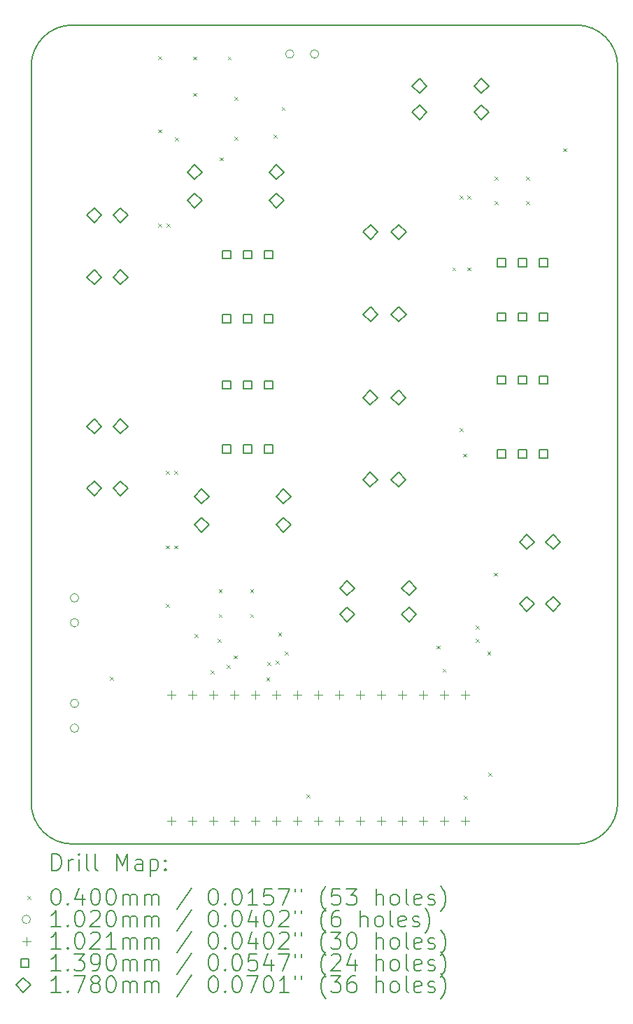
<source format=gbr>
%TF.GenerationSoftware,KiCad,Pcbnew,8.0.1*%
%TF.CreationDate,2024-04-15T13:35:22-05:00*%
%TF.ProjectId,Power-Secondary,506f7765-722d-4536-9563-6f6e64617279,rev?*%
%TF.SameCoordinates,Original*%
%TF.FileFunction,Drillmap*%
%TF.FilePolarity,Positive*%
%FSLAX45Y45*%
G04 Gerber Fmt 4.5, Leading zero omitted, Abs format (unit mm)*
G04 Created by KiCad (PCBNEW 8.0.1) date 2024-04-15 13:35:22*
%MOMM*%
%LPD*%
G01*
G04 APERTURE LIST*
%ADD10C,0.150000*%
%ADD11C,0.200000*%
%ADD12C,0.100000*%
%ADD13C,0.102000*%
%ADD14C,0.102108*%
%ADD15C,0.139000*%
%ADD16C,0.178000*%
G04 APERTURE END LIST*
D10*
X22100000Y-2850000D02*
X22100000Y-11750000D01*
X21600000Y-2350000D02*
G75*
G02*
X22100000Y-2850000I0J-500000D01*
G01*
X21600000Y-12250000D02*
X15500000Y-12250000D01*
X15000000Y-2850000D02*
X15000000Y-11750000D01*
X22100000Y-11750000D02*
G75*
G02*
X21600000Y-12250000I-500000J0D01*
G01*
X15500000Y-12250000D02*
G75*
G02*
X15000000Y-11750000I0J500000D01*
G01*
X15500000Y-2350000D02*
X21600000Y-2350000D01*
X15000000Y-2850000D02*
G75*
G02*
X15500000Y-2350000I500000J0D01*
G01*
D11*
D12*
X15955000Y-10230000D02*
X15995000Y-10270000D01*
X15995000Y-10230000D02*
X15955000Y-10270000D01*
X16540000Y-2725000D02*
X16580000Y-2765000D01*
X16580000Y-2725000D02*
X16540000Y-2765000D01*
X16540000Y-3610000D02*
X16580000Y-3650000D01*
X16580000Y-3610000D02*
X16540000Y-3650000D01*
X16540000Y-4750000D02*
X16580000Y-4790000D01*
X16580000Y-4750000D02*
X16540000Y-4790000D01*
X16630000Y-7740000D02*
X16670000Y-7780000D01*
X16670000Y-7740000D02*
X16630000Y-7780000D01*
X16630000Y-8640000D02*
X16670000Y-8680000D01*
X16670000Y-8640000D02*
X16630000Y-8680000D01*
X16630000Y-9350000D02*
X16670000Y-9390000D01*
X16670000Y-9350000D02*
X16630000Y-9390000D01*
X16640000Y-4750000D02*
X16680000Y-4790000D01*
X16680000Y-4750000D02*
X16640000Y-4790000D01*
X16730000Y-7740000D02*
X16770000Y-7780000D01*
X16770000Y-7740000D02*
X16730000Y-7780000D01*
X16730000Y-8640000D02*
X16770000Y-8680000D01*
X16770000Y-8640000D02*
X16730000Y-8680000D01*
X16740000Y-3710000D02*
X16780000Y-3750000D01*
X16780000Y-3710000D02*
X16740000Y-3750000D01*
X16960000Y-2730000D02*
X17000000Y-2770000D01*
X17000000Y-2730000D02*
X16960000Y-2770000D01*
X16960000Y-3170000D02*
X17000000Y-3210000D01*
X17000000Y-3170000D02*
X16960000Y-3210000D01*
X16980000Y-9710000D02*
X17020000Y-9750000D01*
X17020000Y-9710000D02*
X16980000Y-9750000D01*
X17170000Y-10150000D02*
X17210000Y-10190000D01*
X17210000Y-10150000D02*
X17170000Y-10190000D01*
X17256976Y-9772300D02*
X17296976Y-9812300D01*
X17296976Y-9772300D02*
X17256976Y-9812300D01*
X17270000Y-9170000D02*
X17310000Y-9210000D01*
X17310000Y-9170000D02*
X17270000Y-9210000D01*
X17270000Y-9470000D02*
X17310000Y-9510000D01*
X17310000Y-9470000D02*
X17270000Y-9510000D01*
X17280000Y-3950000D02*
X17320000Y-3990000D01*
X17320000Y-3950000D02*
X17280000Y-3990000D01*
X17365000Y-10082100D02*
X17405000Y-10122100D01*
X17405000Y-10082100D02*
X17365000Y-10122100D01*
X17380000Y-2730000D02*
X17420000Y-2770000D01*
X17420000Y-2730000D02*
X17380000Y-2770000D01*
X17450000Y-9970000D02*
X17490000Y-10010000D01*
X17490000Y-9970000D02*
X17450000Y-10010000D01*
X17460000Y-3220000D02*
X17500000Y-3260000D01*
X17500000Y-3220000D02*
X17460000Y-3260000D01*
X17460000Y-3700000D02*
X17500000Y-3740000D01*
X17500000Y-3700000D02*
X17460000Y-3740000D01*
X17650000Y-9170000D02*
X17690000Y-9210000D01*
X17690000Y-9170000D02*
X17650000Y-9210000D01*
X17650000Y-9470000D02*
X17690000Y-9510000D01*
X17690000Y-9470000D02*
X17650000Y-9510000D01*
X17845000Y-10238400D02*
X17885000Y-10278400D01*
X17885000Y-10238400D02*
X17845000Y-10278400D01*
X17860000Y-10050000D02*
X17900000Y-10090000D01*
X17900000Y-10050000D02*
X17860000Y-10090000D01*
X17935625Y-3675625D02*
X17975625Y-3715625D01*
X17975625Y-3675625D02*
X17935625Y-3715625D01*
X17960000Y-10030000D02*
X18000000Y-10070000D01*
X18000000Y-10030000D02*
X17960000Y-10070000D01*
X17990000Y-9692300D02*
X18030000Y-9732300D01*
X18030000Y-9692300D02*
X17990000Y-9732300D01*
X18032500Y-3340000D02*
X18072500Y-3380000D01*
X18072500Y-3340000D02*
X18032500Y-3380000D01*
X18070000Y-9920000D02*
X18110000Y-9960000D01*
X18110000Y-9920000D02*
X18070000Y-9960000D01*
X18331250Y-11650000D02*
X18371250Y-11690000D01*
X18371250Y-11650000D02*
X18331250Y-11690000D01*
X19910000Y-9850000D02*
X19950000Y-9890000D01*
X19950000Y-9850000D02*
X19910000Y-9890000D01*
X19980000Y-10130000D02*
X20020000Y-10170000D01*
X20020000Y-10130000D02*
X19980000Y-10170000D01*
X20097500Y-5280000D02*
X20137500Y-5320000D01*
X20137500Y-5280000D02*
X20097500Y-5320000D01*
X20185000Y-7225000D02*
X20225000Y-7265000D01*
X20225000Y-7225000D02*
X20185000Y-7265000D01*
X20187358Y-4410002D02*
X20227358Y-4450002D01*
X20227358Y-4410002D02*
X20187358Y-4450002D01*
X20229807Y-7530000D02*
X20269807Y-7570000D01*
X20269807Y-7530000D02*
X20229807Y-7570000D01*
X20235000Y-11670000D02*
X20275000Y-11710000D01*
X20275000Y-11670000D02*
X20235000Y-11710000D01*
X20280000Y-5280000D02*
X20320000Y-5320000D01*
X20320000Y-5280000D02*
X20280000Y-5320000D01*
X20280058Y-4409942D02*
X20320058Y-4449942D01*
X20320058Y-4409942D02*
X20280058Y-4449942D01*
X20380000Y-9611781D02*
X20420000Y-9651781D01*
X20420000Y-9611781D02*
X20380000Y-9651781D01*
X20380000Y-9770000D02*
X20420000Y-9810000D01*
X20420000Y-9770000D02*
X20380000Y-9810000D01*
X20522300Y-9920000D02*
X20562300Y-9960000D01*
X20562300Y-9920000D02*
X20522300Y-9960000D01*
X20535000Y-11385000D02*
X20575000Y-11425000D01*
X20575000Y-11385000D02*
X20535000Y-11425000D01*
X20600000Y-8970000D02*
X20640000Y-9010000D01*
X20640000Y-8970000D02*
X20600000Y-9010000D01*
X20610000Y-4180000D02*
X20650000Y-4220000D01*
X20650000Y-4180000D02*
X20610000Y-4220000D01*
X20610000Y-4480000D02*
X20650000Y-4520000D01*
X20650000Y-4480000D02*
X20610000Y-4520000D01*
X20990000Y-4180000D02*
X21030000Y-4220000D01*
X21030000Y-4180000D02*
X20990000Y-4220000D01*
X20990000Y-4480000D02*
X21030000Y-4520000D01*
X21030000Y-4480000D02*
X20990000Y-4520000D01*
X21440000Y-3840000D02*
X21480000Y-3880000D01*
X21480000Y-3840000D02*
X21440000Y-3880000D01*
D13*
X15576000Y-9275000D02*
G75*
G02*
X15474000Y-9275000I-51000J0D01*
G01*
X15474000Y-9275000D02*
G75*
G02*
X15576000Y-9275000I51000J0D01*
G01*
X15576000Y-9575000D02*
G75*
G02*
X15474000Y-9575000I-51000J0D01*
G01*
X15474000Y-9575000D02*
G75*
G02*
X15576000Y-9575000I51000J0D01*
G01*
X15576000Y-10550000D02*
G75*
G02*
X15474000Y-10550000I-51000J0D01*
G01*
X15474000Y-10550000D02*
G75*
G02*
X15576000Y-10550000I51000J0D01*
G01*
X15576000Y-10850000D02*
G75*
G02*
X15474000Y-10850000I-51000J0D01*
G01*
X15474000Y-10850000D02*
G75*
G02*
X15576000Y-10850000I51000J0D01*
G01*
X18181000Y-2700000D02*
G75*
G02*
X18079000Y-2700000I-51000J0D01*
G01*
X18079000Y-2700000D02*
G75*
G02*
X18181000Y-2700000I51000J0D01*
G01*
X18481000Y-2700000D02*
G75*
G02*
X18379000Y-2700000I-51000J0D01*
G01*
X18379000Y-2700000D02*
G75*
G02*
X18481000Y-2700000I51000J0D01*
G01*
D14*
X16698000Y-10398946D02*
X16698000Y-10501054D01*
X16646946Y-10450000D02*
X16749054Y-10450000D01*
X16698000Y-11922946D02*
X16698000Y-12025054D01*
X16646946Y-11974000D02*
X16749054Y-11974000D01*
X16952000Y-10398946D02*
X16952000Y-10501054D01*
X16900946Y-10450000D02*
X17003054Y-10450000D01*
X16952000Y-11922946D02*
X16952000Y-12025054D01*
X16900946Y-11974000D02*
X17003054Y-11974000D01*
X17206000Y-10398946D02*
X17206000Y-10501054D01*
X17154946Y-10450000D02*
X17257054Y-10450000D01*
X17206000Y-11922946D02*
X17206000Y-12025054D01*
X17154946Y-11974000D02*
X17257054Y-11974000D01*
X17460000Y-10398946D02*
X17460000Y-10501054D01*
X17408946Y-10450000D02*
X17511054Y-10450000D01*
X17460000Y-11922946D02*
X17460000Y-12025054D01*
X17408946Y-11974000D02*
X17511054Y-11974000D01*
X17714000Y-10398946D02*
X17714000Y-10501054D01*
X17662946Y-10450000D02*
X17765054Y-10450000D01*
X17714000Y-11922946D02*
X17714000Y-12025054D01*
X17662946Y-11974000D02*
X17765054Y-11974000D01*
X17968000Y-10398946D02*
X17968000Y-10501054D01*
X17916946Y-10450000D02*
X18019054Y-10450000D01*
X17968000Y-11922946D02*
X17968000Y-12025054D01*
X17916946Y-11974000D02*
X18019054Y-11974000D01*
X18222000Y-10398946D02*
X18222000Y-10501054D01*
X18170946Y-10450000D02*
X18273054Y-10450000D01*
X18222000Y-11922946D02*
X18222000Y-12025054D01*
X18170946Y-11974000D02*
X18273054Y-11974000D01*
X18476000Y-10398946D02*
X18476000Y-10501054D01*
X18424946Y-10450000D02*
X18527054Y-10450000D01*
X18476000Y-11922946D02*
X18476000Y-12025054D01*
X18424946Y-11974000D02*
X18527054Y-11974000D01*
X18730000Y-10398946D02*
X18730000Y-10501054D01*
X18678946Y-10450000D02*
X18781054Y-10450000D01*
X18730000Y-11922946D02*
X18730000Y-12025054D01*
X18678946Y-11974000D02*
X18781054Y-11974000D01*
X18984000Y-10398946D02*
X18984000Y-10501054D01*
X18932946Y-10450000D02*
X19035054Y-10450000D01*
X18984000Y-11922946D02*
X18984000Y-12025054D01*
X18932946Y-11974000D02*
X19035054Y-11974000D01*
X19238000Y-10398946D02*
X19238000Y-10501054D01*
X19186946Y-10450000D02*
X19289054Y-10450000D01*
X19238000Y-11922946D02*
X19238000Y-12025054D01*
X19186946Y-11974000D02*
X19289054Y-11974000D01*
X19492000Y-10398946D02*
X19492000Y-10501054D01*
X19440946Y-10450000D02*
X19543054Y-10450000D01*
X19492000Y-11922946D02*
X19492000Y-12025054D01*
X19440946Y-11974000D02*
X19543054Y-11974000D01*
X19746000Y-10398946D02*
X19746000Y-10501054D01*
X19694946Y-10450000D02*
X19797054Y-10450000D01*
X19746000Y-11922946D02*
X19746000Y-12025054D01*
X19694946Y-11974000D02*
X19797054Y-11974000D01*
X20000000Y-10398946D02*
X20000000Y-10501054D01*
X19948946Y-10450000D02*
X20051054Y-10450000D01*
X20000000Y-11922946D02*
X20000000Y-12025054D01*
X19948946Y-11974000D02*
X20051054Y-11974000D01*
X20254000Y-10398946D02*
X20254000Y-10501054D01*
X20202946Y-10450000D02*
X20305054Y-10450000D01*
X20254000Y-11922946D02*
X20254000Y-12025054D01*
X20202946Y-11974000D02*
X20305054Y-11974000D01*
D15*
X17416144Y-5174144D02*
X17416144Y-5075856D01*
X17317856Y-5075856D01*
X17317856Y-5174144D01*
X17416144Y-5174144D01*
X17416144Y-5949144D02*
X17416144Y-5850856D01*
X17317856Y-5850856D01*
X17317856Y-5949144D01*
X17416144Y-5949144D01*
X17416144Y-6749144D02*
X17416144Y-6650856D01*
X17317856Y-6650856D01*
X17317856Y-6749144D01*
X17416144Y-6749144D01*
X17416144Y-7524144D02*
X17416144Y-7425856D01*
X17317856Y-7425856D01*
X17317856Y-7524144D01*
X17416144Y-7524144D01*
X17670144Y-5174144D02*
X17670144Y-5075856D01*
X17571856Y-5075856D01*
X17571856Y-5174144D01*
X17670144Y-5174144D01*
X17670144Y-5949144D02*
X17670144Y-5850856D01*
X17571856Y-5850856D01*
X17571856Y-5949144D01*
X17670144Y-5949144D01*
X17670144Y-6749144D02*
X17670144Y-6650856D01*
X17571856Y-6650856D01*
X17571856Y-6749144D01*
X17670144Y-6749144D01*
X17670144Y-7524144D02*
X17670144Y-7425856D01*
X17571856Y-7425856D01*
X17571856Y-7524144D01*
X17670144Y-7524144D01*
X17924144Y-5174144D02*
X17924144Y-5075856D01*
X17825856Y-5075856D01*
X17825856Y-5174144D01*
X17924144Y-5174144D01*
X17924144Y-5949144D02*
X17924144Y-5850856D01*
X17825856Y-5850856D01*
X17825856Y-5949144D01*
X17924144Y-5949144D01*
X17924144Y-6749144D02*
X17924144Y-6650856D01*
X17825856Y-6650856D01*
X17825856Y-6749144D01*
X17924144Y-6749144D01*
X17924144Y-7524144D02*
X17924144Y-7425856D01*
X17825856Y-7425856D01*
X17825856Y-7524144D01*
X17924144Y-7524144D01*
X20741144Y-6689644D02*
X20741144Y-6591356D01*
X20642856Y-6591356D01*
X20642856Y-6689644D01*
X20741144Y-6689644D01*
X20741144Y-7583644D02*
X20741144Y-7485356D01*
X20642856Y-7485356D01*
X20642856Y-7583644D01*
X20741144Y-7583644D01*
X20745144Y-5274144D02*
X20745144Y-5175856D01*
X20646856Y-5175856D01*
X20646856Y-5274144D01*
X20745144Y-5274144D01*
X20745144Y-5929644D02*
X20745144Y-5831356D01*
X20646856Y-5831356D01*
X20646856Y-5929644D01*
X20745144Y-5929644D01*
X20995144Y-6689644D02*
X20995144Y-6591356D01*
X20896856Y-6591356D01*
X20896856Y-6689644D01*
X20995144Y-6689644D01*
X20995144Y-7583644D02*
X20995144Y-7485356D01*
X20896856Y-7485356D01*
X20896856Y-7583644D01*
X20995144Y-7583644D01*
X20999144Y-5274144D02*
X20999144Y-5175856D01*
X20900856Y-5175856D01*
X20900856Y-5274144D01*
X20999144Y-5274144D01*
X20999144Y-5929644D02*
X20999144Y-5831356D01*
X20900856Y-5831356D01*
X20900856Y-5929644D01*
X20999144Y-5929644D01*
X21249144Y-6689644D02*
X21249144Y-6591356D01*
X21150856Y-6591356D01*
X21150856Y-6689644D01*
X21249144Y-6689644D01*
X21249144Y-7583644D02*
X21249144Y-7485356D01*
X21150856Y-7485356D01*
X21150856Y-7583644D01*
X21249144Y-7583644D01*
X21253144Y-5274144D02*
X21253144Y-5175856D01*
X21154856Y-5175856D01*
X21154856Y-5274144D01*
X21253144Y-5274144D01*
X21253144Y-5929644D02*
X21253144Y-5831356D01*
X21154856Y-5831356D01*
X21154856Y-5929644D01*
X21253144Y-5929644D01*
D16*
X15763000Y-7289500D02*
X15852000Y-7200500D01*
X15763000Y-7111500D01*
X15674000Y-7200500D01*
X15763000Y-7289500D01*
X15763000Y-8038500D02*
X15852000Y-7949500D01*
X15763000Y-7860500D01*
X15674000Y-7949500D01*
X15763000Y-8038500D01*
X15763500Y-4740000D02*
X15852500Y-4651000D01*
X15763500Y-4562000D01*
X15674500Y-4651000D01*
X15763500Y-4740000D01*
X15763500Y-5489000D02*
X15852500Y-5400000D01*
X15763500Y-5311000D01*
X15674500Y-5400000D01*
X15763500Y-5489000D01*
X16081000Y-7289500D02*
X16170000Y-7200500D01*
X16081000Y-7111500D01*
X15992000Y-7200500D01*
X16081000Y-7289500D01*
X16081000Y-8038500D02*
X16170000Y-7949500D01*
X16081000Y-7860500D01*
X15992000Y-7949500D01*
X16081000Y-8038500D01*
X16081500Y-4740000D02*
X16170500Y-4651000D01*
X16081500Y-4562000D01*
X15992500Y-4651000D01*
X16081500Y-4740000D01*
X16081500Y-5489000D02*
X16170500Y-5400000D01*
X16081500Y-5311000D01*
X15992500Y-5400000D01*
X16081500Y-5489000D01*
X16979000Y-4219000D02*
X17068000Y-4130000D01*
X16979000Y-4041000D01*
X16890000Y-4130000D01*
X16979000Y-4219000D01*
X16979000Y-4559000D02*
X17068000Y-4470000D01*
X16979000Y-4381000D01*
X16890000Y-4470000D01*
X16979000Y-4559000D01*
X17064000Y-8139000D02*
X17153000Y-8050000D01*
X17064000Y-7961000D01*
X16975000Y-8050000D01*
X17064000Y-8139000D01*
X17064000Y-8479000D02*
X17153000Y-8390000D01*
X17064000Y-8301000D01*
X16975000Y-8390000D01*
X17064000Y-8479000D01*
X17971000Y-4219000D02*
X18060000Y-4130000D01*
X17971000Y-4041000D01*
X17882000Y-4130000D01*
X17971000Y-4219000D01*
X17971000Y-4559000D02*
X18060000Y-4470000D01*
X17971000Y-4381000D01*
X17882000Y-4470000D01*
X17971000Y-4559000D01*
X18056000Y-8139000D02*
X18145000Y-8050000D01*
X18056000Y-7961000D01*
X17967000Y-8050000D01*
X18056000Y-8139000D01*
X18056000Y-8479000D02*
X18145000Y-8390000D01*
X18056000Y-8301000D01*
X17967000Y-8390000D01*
X18056000Y-8479000D01*
X18826000Y-9245000D02*
X18915000Y-9156000D01*
X18826000Y-9067000D01*
X18737000Y-9156000D01*
X18826000Y-9245000D01*
X18826000Y-9563000D02*
X18915000Y-9474000D01*
X18826000Y-9385000D01*
X18737000Y-9474000D01*
X18826000Y-9563000D01*
X19105000Y-6943000D02*
X19194000Y-6854000D01*
X19105000Y-6765000D01*
X19016000Y-6854000D01*
X19105000Y-6943000D01*
X19105000Y-7935000D02*
X19194000Y-7846000D01*
X19105000Y-7757000D01*
X19016000Y-7846000D01*
X19105000Y-7935000D01*
X19109000Y-4943000D02*
X19198000Y-4854000D01*
X19109000Y-4765000D01*
X19020000Y-4854000D01*
X19109000Y-4943000D01*
X19109000Y-5935000D02*
X19198000Y-5846000D01*
X19109000Y-5757000D01*
X19020000Y-5846000D01*
X19109000Y-5935000D01*
X19445000Y-6943000D02*
X19534000Y-6854000D01*
X19445000Y-6765000D01*
X19356000Y-6854000D01*
X19445000Y-6943000D01*
X19445000Y-7935000D02*
X19534000Y-7846000D01*
X19445000Y-7757000D01*
X19356000Y-7846000D01*
X19445000Y-7935000D01*
X19449000Y-4943000D02*
X19538000Y-4854000D01*
X19449000Y-4765000D01*
X19360000Y-4854000D01*
X19449000Y-4943000D01*
X19449000Y-5935000D02*
X19538000Y-5846000D01*
X19449000Y-5757000D01*
X19360000Y-5846000D01*
X19449000Y-5935000D01*
X19575000Y-9245000D02*
X19664000Y-9156000D01*
X19575000Y-9067000D01*
X19486000Y-9156000D01*
X19575000Y-9245000D01*
X19575000Y-9563000D02*
X19664000Y-9474000D01*
X19575000Y-9385000D01*
X19486000Y-9474000D01*
X19575000Y-9563000D01*
X19700500Y-3177000D02*
X19789500Y-3088000D01*
X19700500Y-2999000D01*
X19611500Y-3088000D01*
X19700500Y-3177000D01*
X19700500Y-3495000D02*
X19789500Y-3406000D01*
X19700500Y-3317000D01*
X19611500Y-3406000D01*
X19700500Y-3495000D01*
X20449500Y-3177000D02*
X20538500Y-3088000D01*
X20449500Y-2999000D01*
X20360500Y-3088000D01*
X20449500Y-3177000D01*
X20449500Y-3495000D02*
X20538500Y-3406000D01*
X20449500Y-3317000D01*
X20360500Y-3406000D01*
X20449500Y-3495000D01*
X21000000Y-8689000D02*
X21089000Y-8600000D01*
X21000000Y-8511000D01*
X20911000Y-8600000D01*
X21000000Y-8689000D01*
X21000000Y-9438000D02*
X21089000Y-9349000D01*
X21000000Y-9260000D01*
X20911000Y-9349000D01*
X21000000Y-9438000D01*
X21318000Y-8689000D02*
X21407000Y-8600000D01*
X21318000Y-8511000D01*
X21229000Y-8600000D01*
X21318000Y-8689000D01*
X21318000Y-9438000D02*
X21407000Y-9349000D01*
X21318000Y-9260000D01*
X21229000Y-9349000D01*
X21318000Y-9438000D01*
D11*
X15253277Y-12568984D02*
X15253277Y-12368984D01*
X15253277Y-12368984D02*
X15300896Y-12368984D01*
X15300896Y-12368984D02*
X15329467Y-12378508D01*
X15329467Y-12378508D02*
X15348515Y-12397555D01*
X15348515Y-12397555D02*
X15358039Y-12416603D01*
X15358039Y-12416603D02*
X15367562Y-12454698D01*
X15367562Y-12454698D02*
X15367562Y-12483269D01*
X15367562Y-12483269D02*
X15358039Y-12521365D01*
X15358039Y-12521365D02*
X15348515Y-12540412D01*
X15348515Y-12540412D02*
X15329467Y-12559460D01*
X15329467Y-12559460D02*
X15300896Y-12568984D01*
X15300896Y-12568984D02*
X15253277Y-12568984D01*
X15453277Y-12568984D02*
X15453277Y-12435650D01*
X15453277Y-12473746D02*
X15462801Y-12454698D01*
X15462801Y-12454698D02*
X15472324Y-12445174D01*
X15472324Y-12445174D02*
X15491372Y-12435650D01*
X15491372Y-12435650D02*
X15510420Y-12435650D01*
X15577086Y-12568984D02*
X15577086Y-12435650D01*
X15577086Y-12368984D02*
X15567562Y-12378508D01*
X15567562Y-12378508D02*
X15577086Y-12388031D01*
X15577086Y-12388031D02*
X15586610Y-12378508D01*
X15586610Y-12378508D02*
X15577086Y-12368984D01*
X15577086Y-12368984D02*
X15577086Y-12388031D01*
X15700896Y-12568984D02*
X15681848Y-12559460D01*
X15681848Y-12559460D02*
X15672324Y-12540412D01*
X15672324Y-12540412D02*
X15672324Y-12368984D01*
X15805658Y-12568984D02*
X15786610Y-12559460D01*
X15786610Y-12559460D02*
X15777086Y-12540412D01*
X15777086Y-12540412D02*
X15777086Y-12368984D01*
X16034229Y-12568984D02*
X16034229Y-12368984D01*
X16034229Y-12368984D02*
X16100896Y-12511841D01*
X16100896Y-12511841D02*
X16167562Y-12368984D01*
X16167562Y-12368984D02*
X16167562Y-12568984D01*
X16348515Y-12568984D02*
X16348515Y-12464222D01*
X16348515Y-12464222D02*
X16338991Y-12445174D01*
X16338991Y-12445174D02*
X16319943Y-12435650D01*
X16319943Y-12435650D02*
X16281848Y-12435650D01*
X16281848Y-12435650D02*
X16262801Y-12445174D01*
X16348515Y-12559460D02*
X16329467Y-12568984D01*
X16329467Y-12568984D02*
X16281848Y-12568984D01*
X16281848Y-12568984D02*
X16262801Y-12559460D01*
X16262801Y-12559460D02*
X16253277Y-12540412D01*
X16253277Y-12540412D02*
X16253277Y-12521365D01*
X16253277Y-12521365D02*
X16262801Y-12502317D01*
X16262801Y-12502317D02*
X16281848Y-12492793D01*
X16281848Y-12492793D02*
X16329467Y-12492793D01*
X16329467Y-12492793D02*
X16348515Y-12483269D01*
X16443753Y-12435650D02*
X16443753Y-12635650D01*
X16443753Y-12445174D02*
X16462801Y-12435650D01*
X16462801Y-12435650D02*
X16500896Y-12435650D01*
X16500896Y-12435650D02*
X16519943Y-12445174D01*
X16519943Y-12445174D02*
X16529467Y-12454698D01*
X16529467Y-12454698D02*
X16538991Y-12473746D01*
X16538991Y-12473746D02*
X16538991Y-12530888D01*
X16538991Y-12530888D02*
X16529467Y-12549936D01*
X16529467Y-12549936D02*
X16519943Y-12559460D01*
X16519943Y-12559460D02*
X16500896Y-12568984D01*
X16500896Y-12568984D02*
X16462801Y-12568984D01*
X16462801Y-12568984D02*
X16443753Y-12559460D01*
X16624705Y-12549936D02*
X16634229Y-12559460D01*
X16634229Y-12559460D02*
X16624705Y-12568984D01*
X16624705Y-12568984D02*
X16615182Y-12559460D01*
X16615182Y-12559460D02*
X16624705Y-12549936D01*
X16624705Y-12549936D02*
X16624705Y-12568984D01*
X16624705Y-12445174D02*
X16634229Y-12454698D01*
X16634229Y-12454698D02*
X16624705Y-12464222D01*
X16624705Y-12464222D02*
X16615182Y-12454698D01*
X16615182Y-12454698D02*
X16624705Y-12445174D01*
X16624705Y-12445174D02*
X16624705Y-12464222D01*
D12*
X14952500Y-12877500D02*
X14992500Y-12917500D01*
X14992500Y-12877500D02*
X14952500Y-12917500D01*
D11*
X15291372Y-12788984D02*
X15310420Y-12788984D01*
X15310420Y-12788984D02*
X15329467Y-12798508D01*
X15329467Y-12798508D02*
X15338991Y-12808031D01*
X15338991Y-12808031D02*
X15348515Y-12827079D01*
X15348515Y-12827079D02*
X15358039Y-12865174D01*
X15358039Y-12865174D02*
X15358039Y-12912793D01*
X15358039Y-12912793D02*
X15348515Y-12950888D01*
X15348515Y-12950888D02*
X15338991Y-12969936D01*
X15338991Y-12969936D02*
X15329467Y-12979460D01*
X15329467Y-12979460D02*
X15310420Y-12988984D01*
X15310420Y-12988984D02*
X15291372Y-12988984D01*
X15291372Y-12988984D02*
X15272324Y-12979460D01*
X15272324Y-12979460D02*
X15262801Y-12969936D01*
X15262801Y-12969936D02*
X15253277Y-12950888D01*
X15253277Y-12950888D02*
X15243753Y-12912793D01*
X15243753Y-12912793D02*
X15243753Y-12865174D01*
X15243753Y-12865174D02*
X15253277Y-12827079D01*
X15253277Y-12827079D02*
X15262801Y-12808031D01*
X15262801Y-12808031D02*
X15272324Y-12798508D01*
X15272324Y-12798508D02*
X15291372Y-12788984D01*
X15443753Y-12969936D02*
X15453277Y-12979460D01*
X15453277Y-12979460D02*
X15443753Y-12988984D01*
X15443753Y-12988984D02*
X15434229Y-12979460D01*
X15434229Y-12979460D02*
X15443753Y-12969936D01*
X15443753Y-12969936D02*
X15443753Y-12988984D01*
X15624705Y-12855650D02*
X15624705Y-12988984D01*
X15577086Y-12779460D02*
X15529467Y-12922317D01*
X15529467Y-12922317D02*
X15653277Y-12922317D01*
X15767562Y-12788984D02*
X15786610Y-12788984D01*
X15786610Y-12788984D02*
X15805658Y-12798508D01*
X15805658Y-12798508D02*
X15815182Y-12808031D01*
X15815182Y-12808031D02*
X15824705Y-12827079D01*
X15824705Y-12827079D02*
X15834229Y-12865174D01*
X15834229Y-12865174D02*
X15834229Y-12912793D01*
X15834229Y-12912793D02*
X15824705Y-12950888D01*
X15824705Y-12950888D02*
X15815182Y-12969936D01*
X15815182Y-12969936D02*
X15805658Y-12979460D01*
X15805658Y-12979460D02*
X15786610Y-12988984D01*
X15786610Y-12988984D02*
X15767562Y-12988984D01*
X15767562Y-12988984D02*
X15748515Y-12979460D01*
X15748515Y-12979460D02*
X15738991Y-12969936D01*
X15738991Y-12969936D02*
X15729467Y-12950888D01*
X15729467Y-12950888D02*
X15719943Y-12912793D01*
X15719943Y-12912793D02*
X15719943Y-12865174D01*
X15719943Y-12865174D02*
X15729467Y-12827079D01*
X15729467Y-12827079D02*
X15738991Y-12808031D01*
X15738991Y-12808031D02*
X15748515Y-12798508D01*
X15748515Y-12798508D02*
X15767562Y-12788984D01*
X15958039Y-12788984D02*
X15977086Y-12788984D01*
X15977086Y-12788984D02*
X15996134Y-12798508D01*
X15996134Y-12798508D02*
X16005658Y-12808031D01*
X16005658Y-12808031D02*
X16015182Y-12827079D01*
X16015182Y-12827079D02*
X16024705Y-12865174D01*
X16024705Y-12865174D02*
X16024705Y-12912793D01*
X16024705Y-12912793D02*
X16015182Y-12950888D01*
X16015182Y-12950888D02*
X16005658Y-12969936D01*
X16005658Y-12969936D02*
X15996134Y-12979460D01*
X15996134Y-12979460D02*
X15977086Y-12988984D01*
X15977086Y-12988984D02*
X15958039Y-12988984D01*
X15958039Y-12988984D02*
X15938991Y-12979460D01*
X15938991Y-12979460D02*
X15929467Y-12969936D01*
X15929467Y-12969936D02*
X15919943Y-12950888D01*
X15919943Y-12950888D02*
X15910420Y-12912793D01*
X15910420Y-12912793D02*
X15910420Y-12865174D01*
X15910420Y-12865174D02*
X15919943Y-12827079D01*
X15919943Y-12827079D02*
X15929467Y-12808031D01*
X15929467Y-12808031D02*
X15938991Y-12798508D01*
X15938991Y-12798508D02*
X15958039Y-12788984D01*
X16110420Y-12988984D02*
X16110420Y-12855650D01*
X16110420Y-12874698D02*
X16119943Y-12865174D01*
X16119943Y-12865174D02*
X16138991Y-12855650D01*
X16138991Y-12855650D02*
X16167563Y-12855650D01*
X16167563Y-12855650D02*
X16186610Y-12865174D01*
X16186610Y-12865174D02*
X16196134Y-12884222D01*
X16196134Y-12884222D02*
X16196134Y-12988984D01*
X16196134Y-12884222D02*
X16205658Y-12865174D01*
X16205658Y-12865174D02*
X16224705Y-12855650D01*
X16224705Y-12855650D02*
X16253277Y-12855650D01*
X16253277Y-12855650D02*
X16272324Y-12865174D01*
X16272324Y-12865174D02*
X16281848Y-12884222D01*
X16281848Y-12884222D02*
X16281848Y-12988984D01*
X16377086Y-12988984D02*
X16377086Y-12855650D01*
X16377086Y-12874698D02*
X16386610Y-12865174D01*
X16386610Y-12865174D02*
X16405658Y-12855650D01*
X16405658Y-12855650D02*
X16434229Y-12855650D01*
X16434229Y-12855650D02*
X16453277Y-12865174D01*
X16453277Y-12865174D02*
X16462801Y-12884222D01*
X16462801Y-12884222D02*
X16462801Y-12988984D01*
X16462801Y-12884222D02*
X16472324Y-12865174D01*
X16472324Y-12865174D02*
X16491372Y-12855650D01*
X16491372Y-12855650D02*
X16519943Y-12855650D01*
X16519943Y-12855650D02*
X16538991Y-12865174D01*
X16538991Y-12865174D02*
X16548515Y-12884222D01*
X16548515Y-12884222D02*
X16548515Y-12988984D01*
X16938991Y-12779460D02*
X16767563Y-13036603D01*
X17196134Y-12788984D02*
X17215182Y-12788984D01*
X17215182Y-12788984D02*
X17234229Y-12798508D01*
X17234229Y-12798508D02*
X17243753Y-12808031D01*
X17243753Y-12808031D02*
X17253277Y-12827079D01*
X17253277Y-12827079D02*
X17262801Y-12865174D01*
X17262801Y-12865174D02*
X17262801Y-12912793D01*
X17262801Y-12912793D02*
X17253277Y-12950888D01*
X17253277Y-12950888D02*
X17243753Y-12969936D01*
X17243753Y-12969936D02*
X17234229Y-12979460D01*
X17234229Y-12979460D02*
X17215182Y-12988984D01*
X17215182Y-12988984D02*
X17196134Y-12988984D01*
X17196134Y-12988984D02*
X17177087Y-12979460D01*
X17177087Y-12979460D02*
X17167563Y-12969936D01*
X17167563Y-12969936D02*
X17158039Y-12950888D01*
X17158039Y-12950888D02*
X17148515Y-12912793D01*
X17148515Y-12912793D02*
X17148515Y-12865174D01*
X17148515Y-12865174D02*
X17158039Y-12827079D01*
X17158039Y-12827079D02*
X17167563Y-12808031D01*
X17167563Y-12808031D02*
X17177087Y-12798508D01*
X17177087Y-12798508D02*
X17196134Y-12788984D01*
X17348515Y-12969936D02*
X17358039Y-12979460D01*
X17358039Y-12979460D02*
X17348515Y-12988984D01*
X17348515Y-12988984D02*
X17338991Y-12979460D01*
X17338991Y-12979460D02*
X17348515Y-12969936D01*
X17348515Y-12969936D02*
X17348515Y-12988984D01*
X17481848Y-12788984D02*
X17500896Y-12788984D01*
X17500896Y-12788984D02*
X17519944Y-12798508D01*
X17519944Y-12798508D02*
X17529468Y-12808031D01*
X17529468Y-12808031D02*
X17538991Y-12827079D01*
X17538991Y-12827079D02*
X17548515Y-12865174D01*
X17548515Y-12865174D02*
X17548515Y-12912793D01*
X17548515Y-12912793D02*
X17538991Y-12950888D01*
X17538991Y-12950888D02*
X17529468Y-12969936D01*
X17529468Y-12969936D02*
X17519944Y-12979460D01*
X17519944Y-12979460D02*
X17500896Y-12988984D01*
X17500896Y-12988984D02*
X17481848Y-12988984D01*
X17481848Y-12988984D02*
X17462801Y-12979460D01*
X17462801Y-12979460D02*
X17453277Y-12969936D01*
X17453277Y-12969936D02*
X17443753Y-12950888D01*
X17443753Y-12950888D02*
X17434229Y-12912793D01*
X17434229Y-12912793D02*
X17434229Y-12865174D01*
X17434229Y-12865174D02*
X17443753Y-12827079D01*
X17443753Y-12827079D02*
X17453277Y-12808031D01*
X17453277Y-12808031D02*
X17462801Y-12798508D01*
X17462801Y-12798508D02*
X17481848Y-12788984D01*
X17738991Y-12988984D02*
X17624706Y-12988984D01*
X17681848Y-12988984D02*
X17681848Y-12788984D01*
X17681848Y-12788984D02*
X17662801Y-12817555D01*
X17662801Y-12817555D02*
X17643753Y-12836603D01*
X17643753Y-12836603D02*
X17624706Y-12846127D01*
X17919944Y-12788984D02*
X17824706Y-12788984D01*
X17824706Y-12788984D02*
X17815182Y-12884222D01*
X17815182Y-12884222D02*
X17824706Y-12874698D01*
X17824706Y-12874698D02*
X17843753Y-12865174D01*
X17843753Y-12865174D02*
X17891372Y-12865174D01*
X17891372Y-12865174D02*
X17910420Y-12874698D01*
X17910420Y-12874698D02*
X17919944Y-12884222D01*
X17919944Y-12884222D02*
X17929468Y-12903269D01*
X17929468Y-12903269D02*
X17929468Y-12950888D01*
X17929468Y-12950888D02*
X17919944Y-12969936D01*
X17919944Y-12969936D02*
X17910420Y-12979460D01*
X17910420Y-12979460D02*
X17891372Y-12988984D01*
X17891372Y-12988984D02*
X17843753Y-12988984D01*
X17843753Y-12988984D02*
X17824706Y-12979460D01*
X17824706Y-12979460D02*
X17815182Y-12969936D01*
X17996134Y-12788984D02*
X18129468Y-12788984D01*
X18129468Y-12788984D02*
X18043753Y-12988984D01*
X18196134Y-12788984D02*
X18196134Y-12827079D01*
X18272325Y-12788984D02*
X18272325Y-12827079D01*
X18567563Y-13065174D02*
X18558039Y-13055650D01*
X18558039Y-13055650D02*
X18538991Y-13027079D01*
X18538991Y-13027079D02*
X18529468Y-13008031D01*
X18529468Y-13008031D02*
X18519944Y-12979460D01*
X18519944Y-12979460D02*
X18510420Y-12931841D01*
X18510420Y-12931841D02*
X18510420Y-12893746D01*
X18510420Y-12893746D02*
X18519944Y-12846127D01*
X18519944Y-12846127D02*
X18529468Y-12817555D01*
X18529468Y-12817555D02*
X18538991Y-12798508D01*
X18538991Y-12798508D02*
X18558039Y-12769936D01*
X18558039Y-12769936D02*
X18567563Y-12760412D01*
X18738991Y-12788984D02*
X18643753Y-12788984D01*
X18643753Y-12788984D02*
X18634230Y-12884222D01*
X18634230Y-12884222D02*
X18643753Y-12874698D01*
X18643753Y-12874698D02*
X18662801Y-12865174D01*
X18662801Y-12865174D02*
X18710420Y-12865174D01*
X18710420Y-12865174D02*
X18729468Y-12874698D01*
X18729468Y-12874698D02*
X18738991Y-12884222D01*
X18738991Y-12884222D02*
X18748515Y-12903269D01*
X18748515Y-12903269D02*
X18748515Y-12950888D01*
X18748515Y-12950888D02*
X18738991Y-12969936D01*
X18738991Y-12969936D02*
X18729468Y-12979460D01*
X18729468Y-12979460D02*
X18710420Y-12988984D01*
X18710420Y-12988984D02*
X18662801Y-12988984D01*
X18662801Y-12988984D02*
X18643753Y-12979460D01*
X18643753Y-12979460D02*
X18634230Y-12969936D01*
X18815182Y-12788984D02*
X18938991Y-12788984D01*
X18938991Y-12788984D02*
X18872325Y-12865174D01*
X18872325Y-12865174D02*
X18900896Y-12865174D01*
X18900896Y-12865174D02*
X18919944Y-12874698D01*
X18919944Y-12874698D02*
X18929468Y-12884222D01*
X18929468Y-12884222D02*
X18938991Y-12903269D01*
X18938991Y-12903269D02*
X18938991Y-12950888D01*
X18938991Y-12950888D02*
X18929468Y-12969936D01*
X18929468Y-12969936D02*
X18919944Y-12979460D01*
X18919944Y-12979460D02*
X18900896Y-12988984D01*
X18900896Y-12988984D02*
X18843753Y-12988984D01*
X18843753Y-12988984D02*
X18824706Y-12979460D01*
X18824706Y-12979460D02*
X18815182Y-12969936D01*
X19177087Y-12988984D02*
X19177087Y-12788984D01*
X19262801Y-12988984D02*
X19262801Y-12884222D01*
X19262801Y-12884222D02*
X19253277Y-12865174D01*
X19253277Y-12865174D02*
X19234230Y-12855650D01*
X19234230Y-12855650D02*
X19205658Y-12855650D01*
X19205658Y-12855650D02*
X19186611Y-12865174D01*
X19186611Y-12865174D02*
X19177087Y-12874698D01*
X19386611Y-12988984D02*
X19367563Y-12979460D01*
X19367563Y-12979460D02*
X19358039Y-12969936D01*
X19358039Y-12969936D02*
X19348515Y-12950888D01*
X19348515Y-12950888D02*
X19348515Y-12893746D01*
X19348515Y-12893746D02*
X19358039Y-12874698D01*
X19358039Y-12874698D02*
X19367563Y-12865174D01*
X19367563Y-12865174D02*
X19386611Y-12855650D01*
X19386611Y-12855650D02*
X19415182Y-12855650D01*
X19415182Y-12855650D02*
X19434230Y-12865174D01*
X19434230Y-12865174D02*
X19443753Y-12874698D01*
X19443753Y-12874698D02*
X19453277Y-12893746D01*
X19453277Y-12893746D02*
X19453277Y-12950888D01*
X19453277Y-12950888D02*
X19443753Y-12969936D01*
X19443753Y-12969936D02*
X19434230Y-12979460D01*
X19434230Y-12979460D02*
X19415182Y-12988984D01*
X19415182Y-12988984D02*
X19386611Y-12988984D01*
X19567563Y-12988984D02*
X19548515Y-12979460D01*
X19548515Y-12979460D02*
X19538992Y-12960412D01*
X19538992Y-12960412D02*
X19538992Y-12788984D01*
X19719944Y-12979460D02*
X19700896Y-12988984D01*
X19700896Y-12988984D02*
X19662801Y-12988984D01*
X19662801Y-12988984D02*
X19643753Y-12979460D01*
X19643753Y-12979460D02*
X19634230Y-12960412D01*
X19634230Y-12960412D02*
X19634230Y-12884222D01*
X19634230Y-12884222D02*
X19643753Y-12865174D01*
X19643753Y-12865174D02*
X19662801Y-12855650D01*
X19662801Y-12855650D02*
X19700896Y-12855650D01*
X19700896Y-12855650D02*
X19719944Y-12865174D01*
X19719944Y-12865174D02*
X19729468Y-12884222D01*
X19729468Y-12884222D02*
X19729468Y-12903269D01*
X19729468Y-12903269D02*
X19634230Y-12922317D01*
X19805658Y-12979460D02*
X19824706Y-12988984D01*
X19824706Y-12988984D02*
X19862801Y-12988984D01*
X19862801Y-12988984D02*
X19881849Y-12979460D01*
X19881849Y-12979460D02*
X19891373Y-12960412D01*
X19891373Y-12960412D02*
X19891373Y-12950888D01*
X19891373Y-12950888D02*
X19881849Y-12931841D01*
X19881849Y-12931841D02*
X19862801Y-12922317D01*
X19862801Y-12922317D02*
X19834230Y-12922317D01*
X19834230Y-12922317D02*
X19815182Y-12912793D01*
X19815182Y-12912793D02*
X19805658Y-12893746D01*
X19805658Y-12893746D02*
X19805658Y-12884222D01*
X19805658Y-12884222D02*
X19815182Y-12865174D01*
X19815182Y-12865174D02*
X19834230Y-12855650D01*
X19834230Y-12855650D02*
X19862801Y-12855650D01*
X19862801Y-12855650D02*
X19881849Y-12865174D01*
X19958039Y-13065174D02*
X19967563Y-13055650D01*
X19967563Y-13055650D02*
X19986611Y-13027079D01*
X19986611Y-13027079D02*
X19996134Y-13008031D01*
X19996134Y-13008031D02*
X20005658Y-12979460D01*
X20005658Y-12979460D02*
X20015182Y-12931841D01*
X20015182Y-12931841D02*
X20015182Y-12893746D01*
X20015182Y-12893746D02*
X20005658Y-12846127D01*
X20005658Y-12846127D02*
X19996134Y-12817555D01*
X19996134Y-12817555D02*
X19986611Y-12798508D01*
X19986611Y-12798508D02*
X19967563Y-12769936D01*
X19967563Y-12769936D02*
X19958039Y-12760412D01*
D13*
X14992500Y-13161500D02*
G75*
G02*
X14890500Y-13161500I-51000J0D01*
G01*
X14890500Y-13161500D02*
G75*
G02*
X14992500Y-13161500I51000J0D01*
G01*
D11*
X15358039Y-13252984D02*
X15243753Y-13252984D01*
X15300896Y-13252984D02*
X15300896Y-13052984D01*
X15300896Y-13052984D02*
X15281848Y-13081555D01*
X15281848Y-13081555D02*
X15262801Y-13100603D01*
X15262801Y-13100603D02*
X15243753Y-13110127D01*
X15443753Y-13233936D02*
X15453277Y-13243460D01*
X15453277Y-13243460D02*
X15443753Y-13252984D01*
X15443753Y-13252984D02*
X15434229Y-13243460D01*
X15434229Y-13243460D02*
X15443753Y-13233936D01*
X15443753Y-13233936D02*
X15443753Y-13252984D01*
X15577086Y-13052984D02*
X15596134Y-13052984D01*
X15596134Y-13052984D02*
X15615182Y-13062508D01*
X15615182Y-13062508D02*
X15624705Y-13072031D01*
X15624705Y-13072031D02*
X15634229Y-13091079D01*
X15634229Y-13091079D02*
X15643753Y-13129174D01*
X15643753Y-13129174D02*
X15643753Y-13176793D01*
X15643753Y-13176793D02*
X15634229Y-13214888D01*
X15634229Y-13214888D02*
X15624705Y-13233936D01*
X15624705Y-13233936D02*
X15615182Y-13243460D01*
X15615182Y-13243460D02*
X15596134Y-13252984D01*
X15596134Y-13252984D02*
X15577086Y-13252984D01*
X15577086Y-13252984D02*
X15558039Y-13243460D01*
X15558039Y-13243460D02*
X15548515Y-13233936D01*
X15548515Y-13233936D02*
X15538991Y-13214888D01*
X15538991Y-13214888D02*
X15529467Y-13176793D01*
X15529467Y-13176793D02*
X15529467Y-13129174D01*
X15529467Y-13129174D02*
X15538991Y-13091079D01*
X15538991Y-13091079D02*
X15548515Y-13072031D01*
X15548515Y-13072031D02*
X15558039Y-13062508D01*
X15558039Y-13062508D02*
X15577086Y-13052984D01*
X15719943Y-13072031D02*
X15729467Y-13062508D01*
X15729467Y-13062508D02*
X15748515Y-13052984D01*
X15748515Y-13052984D02*
X15796134Y-13052984D01*
X15796134Y-13052984D02*
X15815182Y-13062508D01*
X15815182Y-13062508D02*
X15824705Y-13072031D01*
X15824705Y-13072031D02*
X15834229Y-13091079D01*
X15834229Y-13091079D02*
X15834229Y-13110127D01*
X15834229Y-13110127D02*
X15824705Y-13138698D01*
X15824705Y-13138698D02*
X15710420Y-13252984D01*
X15710420Y-13252984D02*
X15834229Y-13252984D01*
X15958039Y-13052984D02*
X15977086Y-13052984D01*
X15977086Y-13052984D02*
X15996134Y-13062508D01*
X15996134Y-13062508D02*
X16005658Y-13072031D01*
X16005658Y-13072031D02*
X16015182Y-13091079D01*
X16015182Y-13091079D02*
X16024705Y-13129174D01*
X16024705Y-13129174D02*
X16024705Y-13176793D01*
X16024705Y-13176793D02*
X16015182Y-13214888D01*
X16015182Y-13214888D02*
X16005658Y-13233936D01*
X16005658Y-13233936D02*
X15996134Y-13243460D01*
X15996134Y-13243460D02*
X15977086Y-13252984D01*
X15977086Y-13252984D02*
X15958039Y-13252984D01*
X15958039Y-13252984D02*
X15938991Y-13243460D01*
X15938991Y-13243460D02*
X15929467Y-13233936D01*
X15929467Y-13233936D02*
X15919943Y-13214888D01*
X15919943Y-13214888D02*
X15910420Y-13176793D01*
X15910420Y-13176793D02*
X15910420Y-13129174D01*
X15910420Y-13129174D02*
X15919943Y-13091079D01*
X15919943Y-13091079D02*
X15929467Y-13072031D01*
X15929467Y-13072031D02*
X15938991Y-13062508D01*
X15938991Y-13062508D02*
X15958039Y-13052984D01*
X16110420Y-13252984D02*
X16110420Y-13119650D01*
X16110420Y-13138698D02*
X16119943Y-13129174D01*
X16119943Y-13129174D02*
X16138991Y-13119650D01*
X16138991Y-13119650D02*
X16167563Y-13119650D01*
X16167563Y-13119650D02*
X16186610Y-13129174D01*
X16186610Y-13129174D02*
X16196134Y-13148222D01*
X16196134Y-13148222D02*
X16196134Y-13252984D01*
X16196134Y-13148222D02*
X16205658Y-13129174D01*
X16205658Y-13129174D02*
X16224705Y-13119650D01*
X16224705Y-13119650D02*
X16253277Y-13119650D01*
X16253277Y-13119650D02*
X16272324Y-13129174D01*
X16272324Y-13129174D02*
X16281848Y-13148222D01*
X16281848Y-13148222D02*
X16281848Y-13252984D01*
X16377086Y-13252984D02*
X16377086Y-13119650D01*
X16377086Y-13138698D02*
X16386610Y-13129174D01*
X16386610Y-13129174D02*
X16405658Y-13119650D01*
X16405658Y-13119650D02*
X16434229Y-13119650D01*
X16434229Y-13119650D02*
X16453277Y-13129174D01*
X16453277Y-13129174D02*
X16462801Y-13148222D01*
X16462801Y-13148222D02*
X16462801Y-13252984D01*
X16462801Y-13148222D02*
X16472324Y-13129174D01*
X16472324Y-13129174D02*
X16491372Y-13119650D01*
X16491372Y-13119650D02*
X16519943Y-13119650D01*
X16519943Y-13119650D02*
X16538991Y-13129174D01*
X16538991Y-13129174D02*
X16548515Y-13148222D01*
X16548515Y-13148222D02*
X16548515Y-13252984D01*
X16938991Y-13043460D02*
X16767563Y-13300603D01*
X17196134Y-13052984D02*
X17215182Y-13052984D01*
X17215182Y-13052984D02*
X17234229Y-13062508D01*
X17234229Y-13062508D02*
X17243753Y-13072031D01*
X17243753Y-13072031D02*
X17253277Y-13091079D01*
X17253277Y-13091079D02*
X17262801Y-13129174D01*
X17262801Y-13129174D02*
X17262801Y-13176793D01*
X17262801Y-13176793D02*
X17253277Y-13214888D01*
X17253277Y-13214888D02*
X17243753Y-13233936D01*
X17243753Y-13233936D02*
X17234229Y-13243460D01*
X17234229Y-13243460D02*
X17215182Y-13252984D01*
X17215182Y-13252984D02*
X17196134Y-13252984D01*
X17196134Y-13252984D02*
X17177087Y-13243460D01*
X17177087Y-13243460D02*
X17167563Y-13233936D01*
X17167563Y-13233936D02*
X17158039Y-13214888D01*
X17158039Y-13214888D02*
X17148515Y-13176793D01*
X17148515Y-13176793D02*
X17148515Y-13129174D01*
X17148515Y-13129174D02*
X17158039Y-13091079D01*
X17158039Y-13091079D02*
X17167563Y-13072031D01*
X17167563Y-13072031D02*
X17177087Y-13062508D01*
X17177087Y-13062508D02*
X17196134Y-13052984D01*
X17348515Y-13233936D02*
X17358039Y-13243460D01*
X17358039Y-13243460D02*
X17348515Y-13252984D01*
X17348515Y-13252984D02*
X17338991Y-13243460D01*
X17338991Y-13243460D02*
X17348515Y-13233936D01*
X17348515Y-13233936D02*
X17348515Y-13252984D01*
X17481848Y-13052984D02*
X17500896Y-13052984D01*
X17500896Y-13052984D02*
X17519944Y-13062508D01*
X17519944Y-13062508D02*
X17529468Y-13072031D01*
X17529468Y-13072031D02*
X17538991Y-13091079D01*
X17538991Y-13091079D02*
X17548515Y-13129174D01*
X17548515Y-13129174D02*
X17548515Y-13176793D01*
X17548515Y-13176793D02*
X17538991Y-13214888D01*
X17538991Y-13214888D02*
X17529468Y-13233936D01*
X17529468Y-13233936D02*
X17519944Y-13243460D01*
X17519944Y-13243460D02*
X17500896Y-13252984D01*
X17500896Y-13252984D02*
X17481848Y-13252984D01*
X17481848Y-13252984D02*
X17462801Y-13243460D01*
X17462801Y-13243460D02*
X17453277Y-13233936D01*
X17453277Y-13233936D02*
X17443753Y-13214888D01*
X17443753Y-13214888D02*
X17434229Y-13176793D01*
X17434229Y-13176793D02*
X17434229Y-13129174D01*
X17434229Y-13129174D02*
X17443753Y-13091079D01*
X17443753Y-13091079D02*
X17453277Y-13072031D01*
X17453277Y-13072031D02*
X17462801Y-13062508D01*
X17462801Y-13062508D02*
X17481848Y-13052984D01*
X17719944Y-13119650D02*
X17719944Y-13252984D01*
X17672325Y-13043460D02*
X17624706Y-13186317D01*
X17624706Y-13186317D02*
X17748515Y-13186317D01*
X17862801Y-13052984D02*
X17881849Y-13052984D01*
X17881849Y-13052984D02*
X17900896Y-13062508D01*
X17900896Y-13062508D02*
X17910420Y-13072031D01*
X17910420Y-13072031D02*
X17919944Y-13091079D01*
X17919944Y-13091079D02*
X17929468Y-13129174D01*
X17929468Y-13129174D02*
X17929468Y-13176793D01*
X17929468Y-13176793D02*
X17919944Y-13214888D01*
X17919944Y-13214888D02*
X17910420Y-13233936D01*
X17910420Y-13233936D02*
X17900896Y-13243460D01*
X17900896Y-13243460D02*
X17881849Y-13252984D01*
X17881849Y-13252984D02*
X17862801Y-13252984D01*
X17862801Y-13252984D02*
X17843753Y-13243460D01*
X17843753Y-13243460D02*
X17834229Y-13233936D01*
X17834229Y-13233936D02*
X17824706Y-13214888D01*
X17824706Y-13214888D02*
X17815182Y-13176793D01*
X17815182Y-13176793D02*
X17815182Y-13129174D01*
X17815182Y-13129174D02*
X17824706Y-13091079D01*
X17824706Y-13091079D02*
X17834229Y-13072031D01*
X17834229Y-13072031D02*
X17843753Y-13062508D01*
X17843753Y-13062508D02*
X17862801Y-13052984D01*
X18005658Y-13072031D02*
X18015182Y-13062508D01*
X18015182Y-13062508D02*
X18034229Y-13052984D01*
X18034229Y-13052984D02*
X18081849Y-13052984D01*
X18081849Y-13052984D02*
X18100896Y-13062508D01*
X18100896Y-13062508D02*
X18110420Y-13072031D01*
X18110420Y-13072031D02*
X18119944Y-13091079D01*
X18119944Y-13091079D02*
X18119944Y-13110127D01*
X18119944Y-13110127D02*
X18110420Y-13138698D01*
X18110420Y-13138698D02*
X17996134Y-13252984D01*
X17996134Y-13252984D02*
X18119944Y-13252984D01*
X18196134Y-13052984D02*
X18196134Y-13091079D01*
X18272325Y-13052984D02*
X18272325Y-13091079D01*
X18567563Y-13329174D02*
X18558039Y-13319650D01*
X18558039Y-13319650D02*
X18538991Y-13291079D01*
X18538991Y-13291079D02*
X18529468Y-13272031D01*
X18529468Y-13272031D02*
X18519944Y-13243460D01*
X18519944Y-13243460D02*
X18510420Y-13195841D01*
X18510420Y-13195841D02*
X18510420Y-13157746D01*
X18510420Y-13157746D02*
X18519944Y-13110127D01*
X18519944Y-13110127D02*
X18529468Y-13081555D01*
X18529468Y-13081555D02*
X18538991Y-13062508D01*
X18538991Y-13062508D02*
X18558039Y-13033936D01*
X18558039Y-13033936D02*
X18567563Y-13024412D01*
X18729468Y-13052984D02*
X18691372Y-13052984D01*
X18691372Y-13052984D02*
X18672325Y-13062508D01*
X18672325Y-13062508D02*
X18662801Y-13072031D01*
X18662801Y-13072031D02*
X18643753Y-13100603D01*
X18643753Y-13100603D02*
X18634230Y-13138698D01*
X18634230Y-13138698D02*
X18634230Y-13214888D01*
X18634230Y-13214888D02*
X18643753Y-13233936D01*
X18643753Y-13233936D02*
X18653277Y-13243460D01*
X18653277Y-13243460D02*
X18672325Y-13252984D01*
X18672325Y-13252984D02*
X18710420Y-13252984D01*
X18710420Y-13252984D02*
X18729468Y-13243460D01*
X18729468Y-13243460D02*
X18738991Y-13233936D01*
X18738991Y-13233936D02*
X18748515Y-13214888D01*
X18748515Y-13214888D02*
X18748515Y-13167269D01*
X18748515Y-13167269D02*
X18738991Y-13148222D01*
X18738991Y-13148222D02*
X18729468Y-13138698D01*
X18729468Y-13138698D02*
X18710420Y-13129174D01*
X18710420Y-13129174D02*
X18672325Y-13129174D01*
X18672325Y-13129174D02*
X18653277Y-13138698D01*
X18653277Y-13138698D02*
X18643753Y-13148222D01*
X18643753Y-13148222D02*
X18634230Y-13167269D01*
X18986611Y-13252984D02*
X18986611Y-13052984D01*
X19072325Y-13252984D02*
X19072325Y-13148222D01*
X19072325Y-13148222D02*
X19062801Y-13129174D01*
X19062801Y-13129174D02*
X19043753Y-13119650D01*
X19043753Y-13119650D02*
X19015182Y-13119650D01*
X19015182Y-13119650D02*
X18996134Y-13129174D01*
X18996134Y-13129174D02*
X18986611Y-13138698D01*
X19196134Y-13252984D02*
X19177087Y-13243460D01*
X19177087Y-13243460D02*
X19167563Y-13233936D01*
X19167563Y-13233936D02*
X19158039Y-13214888D01*
X19158039Y-13214888D02*
X19158039Y-13157746D01*
X19158039Y-13157746D02*
X19167563Y-13138698D01*
X19167563Y-13138698D02*
X19177087Y-13129174D01*
X19177087Y-13129174D02*
X19196134Y-13119650D01*
X19196134Y-13119650D02*
X19224706Y-13119650D01*
X19224706Y-13119650D02*
X19243753Y-13129174D01*
X19243753Y-13129174D02*
X19253277Y-13138698D01*
X19253277Y-13138698D02*
X19262801Y-13157746D01*
X19262801Y-13157746D02*
X19262801Y-13214888D01*
X19262801Y-13214888D02*
X19253277Y-13233936D01*
X19253277Y-13233936D02*
X19243753Y-13243460D01*
X19243753Y-13243460D02*
X19224706Y-13252984D01*
X19224706Y-13252984D02*
X19196134Y-13252984D01*
X19377087Y-13252984D02*
X19358039Y-13243460D01*
X19358039Y-13243460D02*
X19348515Y-13224412D01*
X19348515Y-13224412D02*
X19348515Y-13052984D01*
X19529468Y-13243460D02*
X19510420Y-13252984D01*
X19510420Y-13252984D02*
X19472325Y-13252984D01*
X19472325Y-13252984D02*
X19453277Y-13243460D01*
X19453277Y-13243460D02*
X19443753Y-13224412D01*
X19443753Y-13224412D02*
X19443753Y-13148222D01*
X19443753Y-13148222D02*
X19453277Y-13129174D01*
X19453277Y-13129174D02*
X19472325Y-13119650D01*
X19472325Y-13119650D02*
X19510420Y-13119650D01*
X19510420Y-13119650D02*
X19529468Y-13129174D01*
X19529468Y-13129174D02*
X19538992Y-13148222D01*
X19538992Y-13148222D02*
X19538992Y-13167269D01*
X19538992Y-13167269D02*
X19443753Y-13186317D01*
X19615182Y-13243460D02*
X19634230Y-13252984D01*
X19634230Y-13252984D02*
X19672325Y-13252984D01*
X19672325Y-13252984D02*
X19691373Y-13243460D01*
X19691373Y-13243460D02*
X19700896Y-13224412D01*
X19700896Y-13224412D02*
X19700896Y-13214888D01*
X19700896Y-13214888D02*
X19691373Y-13195841D01*
X19691373Y-13195841D02*
X19672325Y-13186317D01*
X19672325Y-13186317D02*
X19643753Y-13186317D01*
X19643753Y-13186317D02*
X19624706Y-13176793D01*
X19624706Y-13176793D02*
X19615182Y-13157746D01*
X19615182Y-13157746D02*
X19615182Y-13148222D01*
X19615182Y-13148222D02*
X19624706Y-13129174D01*
X19624706Y-13129174D02*
X19643753Y-13119650D01*
X19643753Y-13119650D02*
X19672325Y-13119650D01*
X19672325Y-13119650D02*
X19691373Y-13129174D01*
X19767563Y-13329174D02*
X19777087Y-13319650D01*
X19777087Y-13319650D02*
X19796134Y-13291079D01*
X19796134Y-13291079D02*
X19805658Y-13272031D01*
X19805658Y-13272031D02*
X19815182Y-13243460D01*
X19815182Y-13243460D02*
X19824706Y-13195841D01*
X19824706Y-13195841D02*
X19824706Y-13157746D01*
X19824706Y-13157746D02*
X19815182Y-13110127D01*
X19815182Y-13110127D02*
X19805658Y-13081555D01*
X19805658Y-13081555D02*
X19796134Y-13062508D01*
X19796134Y-13062508D02*
X19777087Y-13033936D01*
X19777087Y-13033936D02*
X19767563Y-13024412D01*
D14*
X14941446Y-13374446D02*
X14941446Y-13476554D01*
X14890392Y-13425500D02*
X14992500Y-13425500D01*
D11*
X15358039Y-13516984D02*
X15243753Y-13516984D01*
X15300896Y-13516984D02*
X15300896Y-13316984D01*
X15300896Y-13316984D02*
X15281848Y-13345555D01*
X15281848Y-13345555D02*
X15262801Y-13364603D01*
X15262801Y-13364603D02*
X15243753Y-13374127D01*
X15443753Y-13497936D02*
X15453277Y-13507460D01*
X15453277Y-13507460D02*
X15443753Y-13516984D01*
X15443753Y-13516984D02*
X15434229Y-13507460D01*
X15434229Y-13507460D02*
X15443753Y-13497936D01*
X15443753Y-13497936D02*
X15443753Y-13516984D01*
X15577086Y-13316984D02*
X15596134Y-13316984D01*
X15596134Y-13316984D02*
X15615182Y-13326508D01*
X15615182Y-13326508D02*
X15624705Y-13336031D01*
X15624705Y-13336031D02*
X15634229Y-13355079D01*
X15634229Y-13355079D02*
X15643753Y-13393174D01*
X15643753Y-13393174D02*
X15643753Y-13440793D01*
X15643753Y-13440793D02*
X15634229Y-13478888D01*
X15634229Y-13478888D02*
X15624705Y-13497936D01*
X15624705Y-13497936D02*
X15615182Y-13507460D01*
X15615182Y-13507460D02*
X15596134Y-13516984D01*
X15596134Y-13516984D02*
X15577086Y-13516984D01*
X15577086Y-13516984D02*
X15558039Y-13507460D01*
X15558039Y-13507460D02*
X15548515Y-13497936D01*
X15548515Y-13497936D02*
X15538991Y-13478888D01*
X15538991Y-13478888D02*
X15529467Y-13440793D01*
X15529467Y-13440793D02*
X15529467Y-13393174D01*
X15529467Y-13393174D02*
X15538991Y-13355079D01*
X15538991Y-13355079D02*
X15548515Y-13336031D01*
X15548515Y-13336031D02*
X15558039Y-13326508D01*
X15558039Y-13326508D02*
X15577086Y-13316984D01*
X15719943Y-13336031D02*
X15729467Y-13326508D01*
X15729467Y-13326508D02*
X15748515Y-13316984D01*
X15748515Y-13316984D02*
X15796134Y-13316984D01*
X15796134Y-13316984D02*
X15815182Y-13326508D01*
X15815182Y-13326508D02*
X15824705Y-13336031D01*
X15824705Y-13336031D02*
X15834229Y-13355079D01*
X15834229Y-13355079D02*
X15834229Y-13374127D01*
X15834229Y-13374127D02*
X15824705Y-13402698D01*
X15824705Y-13402698D02*
X15710420Y-13516984D01*
X15710420Y-13516984D02*
X15834229Y-13516984D01*
X16024705Y-13516984D02*
X15910420Y-13516984D01*
X15967562Y-13516984D02*
X15967562Y-13316984D01*
X15967562Y-13316984D02*
X15948515Y-13345555D01*
X15948515Y-13345555D02*
X15929467Y-13364603D01*
X15929467Y-13364603D02*
X15910420Y-13374127D01*
X16110420Y-13516984D02*
X16110420Y-13383650D01*
X16110420Y-13402698D02*
X16119943Y-13393174D01*
X16119943Y-13393174D02*
X16138991Y-13383650D01*
X16138991Y-13383650D02*
X16167563Y-13383650D01*
X16167563Y-13383650D02*
X16186610Y-13393174D01*
X16186610Y-13393174D02*
X16196134Y-13412222D01*
X16196134Y-13412222D02*
X16196134Y-13516984D01*
X16196134Y-13412222D02*
X16205658Y-13393174D01*
X16205658Y-13393174D02*
X16224705Y-13383650D01*
X16224705Y-13383650D02*
X16253277Y-13383650D01*
X16253277Y-13383650D02*
X16272324Y-13393174D01*
X16272324Y-13393174D02*
X16281848Y-13412222D01*
X16281848Y-13412222D02*
X16281848Y-13516984D01*
X16377086Y-13516984D02*
X16377086Y-13383650D01*
X16377086Y-13402698D02*
X16386610Y-13393174D01*
X16386610Y-13393174D02*
X16405658Y-13383650D01*
X16405658Y-13383650D02*
X16434229Y-13383650D01*
X16434229Y-13383650D02*
X16453277Y-13393174D01*
X16453277Y-13393174D02*
X16462801Y-13412222D01*
X16462801Y-13412222D02*
X16462801Y-13516984D01*
X16462801Y-13412222D02*
X16472324Y-13393174D01*
X16472324Y-13393174D02*
X16491372Y-13383650D01*
X16491372Y-13383650D02*
X16519943Y-13383650D01*
X16519943Y-13383650D02*
X16538991Y-13393174D01*
X16538991Y-13393174D02*
X16548515Y-13412222D01*
X16548515Y-13412222D02*
X16548515Y-13516984D01*
X16938991Y-13307460D02*
X16767563Y-13564603D01*
X17196134Y-13316984D02*
X17215182Y-13316984D01*
X17215182Y-13316984D02*
X17234229Y-13326508D01*
X17234229Y-13326508D02*
X17243753Y-13336031D01*
X17243753Y-13336031D02*
X17253277Y-13355079D01*
X17253277Y-13355079D02*
X17262801Y-13393174D01*
X17262801Y-13393174D02*
X17262801Y-13440793D01*
X17262801Y-13440793D02*
X17253277Y-13478888D01*
X17253277Y-13478888D02*
X17243753Y-13497936D01*
X17243753Y-13497936D02*
X17234229Y-13507460D01*
X17234229Y-13507460D02*
X17215182Y-13516984D01*
X17215182Y-13516984D02*
X17196134Y-13516984D01*
X17196134Y-13516984D02*
X17177087Y-13507460D01*
X17177087Y-13507460D02*
X17167563Y-13497936D01*
X17167563Y-13497936D02*
X17158039Y-13478888D01*
X17158039Y-13478888D02*
X17148515Y-13440793D01*
X17148515Y-13440793D02*
X17148515Y-13393174D01*
X17148515Y-13393174D02*
X17158039Y-13355079D01*
X17158039Y-13355079D02*
X17167563Y-13336031D01*
X17167563Y-13336031D02*
X17177087Y-13326508D01*
X17177087Y-13326508D02*
X17196134Y-13316984D01*
X17348515Y-13497936D02*
X17358039Y-13507460D01*
X17358039Y-13507460D02*
X17348515Y-13516984D01*
X17348515Y-13516984D02*
X17338991Y-13507460D01*
X17338991Y-13507460D02*
X17348515Y-13497936D01*
X17348515Y-13497936D02*
X17348515Y-13516984D01*
X17481848Y-13316984D02*
X17500896Y-13316984D01*
X17500896Y-13316984D02*
X17519944Y-13326508D01*
X17519944Y-13326508D02*
X17529468Y-13336031D01*
X17529468Y-13336031D02*
X17538991Y-13355079D01*
X17538991Y-13355079D02*
X17548515Y-13393174D01*
X17548515Y-13393174D02*
X17548515Y-13440793D01*
X17548515Y-13440793D02*
X17538991Y-13478888D01*
X17538991Y-13478888D02*
X17529468Y-13497936D01*
X17529468Y-13497936D02*
X17519944Y-13507460D01*
X17519944Y-13507460D02*
X17500896Y-13516984D01*
X17500896Y-13516984D02*
X17481848Y-13516984D01*
X17481848Y-13516984D02*
X17462801Y-13507460D01*
X17462801Y-13507460D02*
X17453277Y-13497936D01*
X17453277Y-13497936D02*
X17443753Y-13478888D01*
X17443753Y-13478888D02*
X17434229Y-13440793D01*
X17434229Y-13440793D02*
X17434229Y-13393174D01*
X17434229Y-13393174D02*
X17443753Y-13355079D01*
X17443753Y-13355079D02*
X17453277Y-13336031D01*
X17453277Y-13336031D02*
X17462801Y-13326508D01*
X17462801Y-13326508D02*
X17481848Y-13316984D01*
X17719944Y-13383650D02*
X17719944Y-13516984D01*
X17672325Y-13307460D02*
X17624706Y-13450317D01*
X17624706Y-13450317D02*
X17748515Y-13450317D01*
X17862801Y-13316984D02*
X17881849Y-13316984D01*
X17881849Y-13316984D02*
X17900896Y-13326508D01*
X17900896Y-13326508D02*
X17910420Y-13336031D01*
X17910420Y-13336031D02*
X17919944Y-13355079D01*
X17919944Y-13355079D02*
X17929468Y-13393174D01*
X17929468Y-13393174D02*
X17929468Y-13440793D01*
X17929468Y-13440793D02*
X17919944Y-13478888D01*
X17919944Y-13478888D02*
X17910420Y-13497936D01*
X17910420Y-13497936D02*
X17900896Y-13507460D01*
X17900896Y-13507460D02*
X17881849Y-13516984D01*
X17881849Y-13516984D02*
X17862801Y-13516984D01*
X17862801Y-13516984D02*
X17843753Y-13507460D01*
X17843753Y-13507460D02*
X17834229Y-13497936D01*
X17834229Y-13497936D02*
X17824706Y-13478888D01*
X17824706Y-13478888D02*
X17815182Y-13440793D01*
X17815182Y-13440793D02*
X17815182Y-13393174D01*
X17815182Y-13393174D02*
X17824706Y-13355079D01*
X17824706Y-13355079D02*
X17834229Y-13336031D01*
X17834229Y-13336031D02*
X17843753Y-13326508D01*
X17843753Y-13326508D02*
X17862801Y-13316984D01*
X18005658Y-13336031D02*
X18015182Y-13326508D01*
X18015182Y-13326508D02*
X18034229Y-13316984D01*
X18034229Y-13316984D02*
X18081849Y-13316984D01*
X18081849Y-13316984D02*
X18100896Y-13326508D01*
X18100896Y-13326508D02*
X18110420Y-13336031D01*
X18110420Y-13336031D02*
X18119944Y-13355079D01*
X18119944Y-13355079D02*
X18119944Y-13374127D01*
X18119944Y-13374127D02*
X18110420Y-13402698D01*
X18110420Y-13402698D02*
X17996134Y-13516984D01*
X17996134Y-13516984D02*
X18119944Y-13516984D01*
X18196134Y-13316984D02*
X18196134Y-13355079D01*
X18272325Y-13316984D02*
X18272325Y-13355079D01*
X18567563Y-13593174D02*
X18558039Y-13583650D01*
X18558039Y-13583650D02*
X18538991Y-13555079D01*
X18538991Y-13555079D02*
X18529468Y-13536031D01*
X18529468Y-13536031D02*
X18519944Y-13507460D01*
X18519944Y-13507460D02*
X18510420Y-13459841D01*
X18510420Y-13459841D02*
X18510420Y-13421746D01*
X18510420Y-13421746D02*
X18519944Y-13374127D01*
X18519944Y-13374127D02*
X18529468Y-13345555D01*
X18529468Y-13345555D02*
X18538991Y-13326508D01*
X18538991Y-13326508D02*
X18558039Y-13297936D01*
X18558039Y-13297936D02*
X18567563Y-13288412D01*
X18624706Y-13316984D02*
X18748515Y-13316984D01*
X18748515Y-13316984D02*
X18681849Y-13393174D01*
X18681849Y-13393174D02*
X18710420Y-13393174D01*
X18710420Y-13393174D02*
X18729468Y-13402698D01*
X18729468Y-13402698D02*
X18738991Y-13412222D01*
X18738991Y-13412222D02*
X18748515Y-13431269D01*
X18748515Y-13431269D02*
X18748515Y-13478888D01*
X18748515Y-13478888D02*
X18738991Y-13497936D01*
X18738991Y-13497936D02*
X18729468Y-13507460D01*
X18729468Y-13507460D02*
X18710420Y-13516984D01*
X18710420Y-13516984D02*
X18653277Y-13516984D01*
X18653277Y-13516984D02*
X18634230Y-13507460D01*
X18634230Y-13507460D02*
X18624706Y-13497936D01*
X18872325Y-13316984D02*
X18891372Y-13316984D01*
X18891372Y-13316984D02*
X18910420Y-13326508D01*
X18910420Y-13326508D02*
X18919944Y-13336031D01*
X18919944Y-13336031D02*
X18929468Y-13355079D01*
X18929468Y-13355079D02*
X18938991Y-13393174D01*
X18938991Y-13393174D02*
X18938991Y-13440793D01*
X18938991Y-13440793D02*
X18929468Y-13478888D01*
X18929468Y-13478888D02*
X18919944Y-13497936D01*
X18919944Y-13497936D02*
X18910420Y-13507460D01*
X18910420Y-13507460D02*
X18891372Y-13516984D01*
X18891372Y-13516984D02*
X18872325Y-13516984D01*
X18872325Y-13516984D02*
X18853277Y-13507460D01*
X18853277Y-13507460D02*
X18843753Y-13497936D01*
X18843753Y-13497936D02*
X18834230Y-13478888D01*
X18834230Y-13478888D02*
X18824706Y-13440793D01*
X18824706Y-13440793D02*
X18824706Y-13393174D01*
X18824706Y-13393174D02*
X18834230Y-13355079D01*
X18834230Y-13355079D02*
X18843753Y-13336031D01*
X18843753Y-13336031D02*
X18853277Y-13326508D01*
X18853277Y-13326508D02*
X18872325Y-13316984D01*
X19177087Y-13516984D02*
X19177087Y-13316984D01*
X19262801Y-13516984D02*
X19262801Y-13412222D01*
X19262801Y-13412222D02*
X19253277Y-13393174D01*
X19253277Y-13393174D02*
X19234230Y-13383650D01*
X19234230Y-13383650D02*
X19205658Y-13383650D01*
X19205658Y-13383650D02*
X19186611Y-13393174D01*
X19186611Y-13393174D02*
X19177087Y-13402698D01*
X19386611Y-13516984D02*
X19367563Y-13507460D01*
X19367563Y-13507460D02*
X19358039Y-13497936D01*
X19358039Y-13497936D02*
X19348515Y-13478888D01*
X19348515Y-13478888D02*
X19348515Y-13421746D01*
X19348515Y-13421746D02*
X19358039Y-13402698D01*
X19358039Y-13402698D02*
X19367563Y-13393174D01*
X19367563Y-13393174D02*
X19386611Y-13383650D01*
X19386611Y-13383650D02*
X19415182Y-13383650D01*
X19415182Y-13383650D02*
X19434230Y-13393174D01*
X19434230Y-13393174D02*
X19443753Y-13402698D01*
X19443753Y-13402698D02*
X19453277Y-13421746D01*
X19453277Y-13421746D02*
X19453277Y-13478888D01*
X19453277Y-13478888D02*
X19443753Y-13497936D01*
X19443753Y-13497936D02*
X19434230Y-13507460D01*
X19434230Y-13507460D02*
X19415182Y-13516984D01*
X19415182Y-13516984D02*
X19386611Y-13516984D01*
X19567563Y-13516984D02*
X19548515Y-13507460D01*
X19548515Y-13507460D02*
X19538992Y-13488412D01*
X19538992Y-13488412D02*
X19538992Y-13316984D01*
X19719944Y-13507460D02*
X19700896Y-13516984D01*
X19700896Y-13516984D02*
X19662801Y-13516984D01*
X19662801Y-13516984D02*
X19643753Y-13507460D01*
X19643753Y-13507460D02*
X19634230Y-13488412D01*
X19634230Y-13488412D02*
X19634230Y-13412222D01*
X19634230Y-13412222D02*
X19643753Y-13393174D01*
X19643753Y-13393174D02*
X19662801Y-13383650D01*
X19662801Y-13383650D02*
X19700896Y-13383650D01*
X19700896Y-13383650D02*
X19719944Y-13393174D01*
X19719944Y-13393174D02*
X19729468Y-13412222D01*
X19729468Y-13412222D02*
X19729468Y-13431269D01*
X19729468Y-13431269D02*
X19634230Y-13450317D01*
X19805658Y-13507460D02*
X19824706Y-13516984D01*
X19824706Y-13516984D02*
X19862801Y-13516984D01*
X19862801Y-13516984D02*
X19881849Y-13507460D01*
X19881849Y-13507460D02*
X19891373Y-13488412D01*
X19891373Y-13488412D02*
X19891373Y-13478888D01*
X19891373Y-13478888D02*
X19881849Y-13459841D01*
X19881849Y-13459841D02*
X19862801Y-13450317D01*
X19862801Y-13450317D02*
X19834230Y-13450317D01*
X19834230Y-13450317D02*
X19815182Y-13440793D01*
X19815182Y-13440793D02*
X19805658Y-13421746D01*
X19805658Y-13421746D02*
X19805658Y-13412222D01*
X19805658Y-13412222D02*
X19815182Y-13393174D01*
X19815182Y-13393174D02*
X19834230Y-13383650D01*
X19834230Y-13383650D02*
X19862801Y-13383650D01*
X19862801Y-13383650D02*
X19881849Y-13393174D01*
X19958039Y-13593174D02*
X19967563Y-13583650D01*
X19967563Y-13583650D02*
X19986611Y-13555079D01*
X19986611Y-13555079D02*
X19996134Y-13536031D01*
X19996134Y-13536031D02*
X20005658Y-13507460D01*
X20005658Y-13507460D02*
X20015182Y-13459841D01*
X20015182Y-13459841D02*
X20015182Y-13421746D01*
X20015182Y-13421746D02*
X20005658Y-13374127D01*
X20005658Y-13374127D02*
X19996134Y-13345555D01*
X19996134Y-13345555D02*
X19986611Y-13326508D01*
X19986611Y-13326508D02*
X19967563Y-13297936D01*
X19967563Y-13297936D02*
X19958039Y-13288412D01*
D15*
X14972144Y-13738644D02*
X14972144Y-13640356D01*
X14873856Y-13640356D01*
X14873856Y-13738644D01*
X14972144Y-13738644D01*
D11*
X15358039Y-13780984D02*
X15243753Y-13780984D01*
X15300896Y-13780984D02*
X15300896Y-13580984D01*
X15300896Y-13580984D02*
X15281848Y-13609555D01*
X15281848Y-13609555D02*
X15262801Y-13628603D01*
X15262801Y-13628603D02*
X15243753Y-13638127D01*
X15443753Y-13761936D02*
X15453277Y-13771460D01*
X15453277Y-13771460D02*
X15443753Y-13780984D01*
X15443753Y-13780984D02*
X15434229Y-13771460D01*
X15434229Y-13771460D02*
X15443753Y-13761936D01*
X15443753Y-13761936D02*
X15443753Y-13780984D01*
X15519943Y-13580984D02*
X15643753Y-13580984D01*
X15643753Y-13580984D02*
X15577086Y-13657174D01*
X15577086Y-13657174D02*
X15605658Y-13657174D01*
X15605658Y-13657174D02*
X15624705Y-13666698D01*
X15624705Y-13666698D02*
X15634229Y-13676222D01*
X15634229Y-13676222D02*
X15643753Y-13695269D01*
X15643753Y-13695269D02*
X15643753Y-13742888D01*
X15643753Y-13742888D02*
X15634229Y-13761936D01*
X15634229Y-13761936D02*
X15624705Y-13771460D01*
X15624705Y-13771460D02*
X15605658Y-13780984D01*
X15605658Y-13780984D02*
X15548515Y-13780984D01*
X15548515Y-13780984D02*
X15529467Y-13771460D01*
X15529467Y-13771460D02*
X15519943Y-13761936D01*
X15738991Y-13780984D02*
X15777086Y-13780984D01*
X15777086Y-13780984D02*
X15796134Y-13771460D01*
X15796134Y-13771460D02*
X15805658Y-13761936D01*
X15805658Y-13761936D02*
X15824705Y-13733365D01*
X15824705Y-13733365D02*
X15834229Y-13695269D01*
X15834229Y-13695269D02*
X15834229Y-13619079D01*
X15834229Y-13619079D02*
X15824705Y-13600031D01*
X15824705Y-13600031D02*
X15815182Y-13590508D01*
X15815182Y-13590508D02*
X15796134Y-13580984D01*
X15796134Y-13580984D02*
X15758039Y-13580984D01*
X15758039Y-13580984D02*
X15738991Y-13590508D01*
X15738991Y-13590508D02*
X15729467Y-13600031D01*
X15729467Y-13600031D02*
X15719943Y-13619079D01*
X15719943Y-13619079D02*
X15719943Y-13666698D01*
X15719943Y-13666698D02*
X15729467Y-13685746D01*
X15729467Y-13685746D02*
X15738991Y-13695269D01*
X15738991Y-13695269D02*
X15758039Y-13704793D01*
X15758039Y-13704793D02*
X15796134Y-13704793D01*
X15796134Y-13704793D02*
X15815182Y-13695269D01*
X15815182Y-13695269D02*
X15824705Y-13685746D01*
X15824705Y-13685746D02*
X15834229Y-13666698D01*
X15958039Y-13580984D02*
X15977086Y-13580984D01*
X15977086Y-13580984D02*
X15996134Y-13590508D01*
X15996134Y-13590508D02*
X16005658Y-13600031D01*
X16005658Y-13600031D02*
X16015182Y-13619079D01*
X16015182Y-13619079D02*
X16024705Y-13657174D01*
X16024705Y-13657174D02*
X16024705Y-13704793D01*
X16024705Y-13704793D02*
X16015182Y-13742888D01*
X16015182Y-13742888D02*
X16005658Y-13761936D01*
X16005658Y-13761936D02*
X15996134Y-13771460D01*
X15996134Y-13771460D02*
X15977086Y-13780984D01*
X15977086Y-13780984D02*
X15958039Y-13780984D01*
X15958039Y-13780984D02*
X15938991Y-13771460D01*
X15938991Y-13771460D02*
X15929467Y-13761936D01*
X15929467Y-13761936D02*
X15919943Y-13742888D01*
X15919943Y-13742888D02*
X15910420Y-13704793D01*
X15910420Y-13704793D02*
X15910420Y-13657174D01*
X15910420Y-13657174D02*
X15919943Y-13619079D01*
X15919943Y-13619079D02*
X15929467Y-13600031D01*
X15929467Y-13600031D02*
X15938991Y-13590508D01*
X15938991Y-13590508D02*
X15958039Y-13580984D01*
X16110420Y-13780984D02*
X16110420Y-13647650D01*
X16110420Y-13666698D02*
X16119943Y-13657174D01*
X16119943Y-13657174D02*
X16138991Y-13647650D01*
X16138991Y-13647650D02*
X16167563Y-13647650D01*
X16167563Y-13647650D02*
X16186610Y-13657174D01*
X16186610Y-13657174D02*
X16196134Y-13676222D01*
X16196134Y-13676222D02*
X16196134Y-13780984D01*
X16196134Y-13676222D02*
X16205658Y-13657174D01*
X16205658Y-13657174D02*
X16224705Y-13647650D01*
X16224705Y-13647650D02*
X16253277Y-13647650D01*
X16253277Y-13647650D02*
X16272324Y-13657174D01*
X16272324Y-13657174D02*
X16281848Y-13676222D01*
X16281848Y-13676222D02*
X16281848Y-13780984D01*
X16377086Y-13780984D02*
X16377086Y-13647650D01*
X16377086Y-13666698D02*
X16386610Y-13657174D01*
X16386610Y-13657174D02*
X16405658Y-13647650D01*
X16405658Y-13647650D02*
X16434229Y-13647650D01*
X16434229Y-13647650D02*
X16453277Y-13657174D01*
X16453277Y-13657174D02*
X16462801Y-13676222D01*
X16462801Y-13676222D02*
X16462801Y-13780984D01*
X16462801Y-13676222D02*
X16472324Y-13657174D01*
X16472324Y-13657174D02*
X16491372Y-13647650D01*
X16491372Y-13647650D02*
X16519943Y-13647650D01*
X16519943Y-13647650D02*
X16538991Y-13657174D01*
X16538991Y-13657174D02*
X16548515Y-13676222D01*
X16548515Y-13676222D02*
X16548515Y-13780984D01*
X16938991Y-13571460D02*
X16767563Y-13828603D01*
X17196134Y-13580984D02*
X17215182Y-13580984D01*
X17215182Y-13580984D02*
X17234229Y-13590508D01*
X17234229Y-13590508D02*
X17243753Y-13600031D01*
X17243753Y-13600031D02*
X17253277Y-13619079D01*
X17253277Y-13619079D02*
X17262801Y-13657174D01*
X17262801Y-13657174D02*
X17262801Y-13704793D01*
X17262801Y-13704793D02*
X17253277Y-13742888D01*
X17253277Y-13742888D02*
X17243753Y-13761936D01*
X17243753Y-13761936D02*
X17234229Y-13771460D01*
X17234229Y-13771460D02*
X17215182Y-13780984D01*
X17215182Y-13780984D02*
X17196134Y-13780984D01*
X17196134Y-13780984D02*
X17177087Y-13771460D01*
X17177087Y-13771460D02*
X17167563Y-13761936D01*
X17167563Y-13761936D02*
X17158039Y-13742888D01*
X17158039Y-13742888D02*
X17148515Y-13704793D01*
X17148515Y-13704793D02*
X17148515Y-13657174D01*
X17148515Y-13657174D02*
X17158039Y-13619079D01*
X17158039Y-13619079D02*
X17167563Y-13600031D01*
X17167563Y-13600031D02*
X17177087Y-13590508D01*
X17177087Y-13590508D02*
X17196134Y-13580984D01*
X17348515Y-13761936D02*
X17358039Y-13771460D01*
X17358039Y-13771460D02*
X17348515Y-13780984D01*
X17348515Y-13780984D02*
X17338991Y-13771460D01*
X17338991Y-13771460D02*
X17348515Y-13761936D01*
X17348515Y-13761936D02*
X17348515Y-13780984D01*
X17481848Y-13580984D02*
X17500896Y-13580984D01*
X17500896Y-13580984D02*
X17519944Y-13590508D01*
X17519944Y-13590508D02*
X17529468Y-13600031D01*
X17529468Y-13600031D02*
X17538991Y-13619079D01*
X17538991Y-13619079D02*
X17548515Y-13657174D01*
X17548515Y-13657174D02*
X17548515Y-13704793D01*
X17548515Y-13704793D02*
X17538991Y-13742888D01*
X17538991Y-13742888D02*
X17529468Y-13761936D01*
X17529468Y-13761936D02*
X17519944Y-13771460D01*
X17519944Y-13771460D02*
X17500896Y-13780984D01*
X17500896Y-13780984D02*
X17481848Y-13780984D01*
X17481848Y-13780984D02*
X17462801Y-13771460D01*
X17462801Y-13771460D02*
X17453277Y-13761936D01*
X17453277Y-13761936D02*
X17443753Y-13742888D01*
X17443753Y-13742888D02*
X17434229Y-13704793D01*
X17434229Y-13704793D02*
X17434229Y-13657174D01*
X17434229Y-13657174D02*
X17443753Y-13619079D01*
X17443753Y-13619079D02*
X17453277Y-13600031D01*
X17453277Y-13600031D02*
X17462801Y-13590508D01*
X17462801Y-13590508D02*
X17481848Y-13580984D01*
X17729468Y-13580984D02*
X17634229Y-13580984D01*
X17634229Y-13580984D02*
X17624706Y-13676222D01*
X17624706Y-13676222D02*
X17634229Y-13666698D01*
X17634229Y-13666698D02*
X17653277Y-13657174D01*
X17653277Y-13657174D02*
X17700896Y-13657174D01*
X17700896Y-13657174D02*
X17719944Y-13666698D01*
X17719944Y-13666698D02*
X17729468Y-13676222D01*
X17729468Y-13676222D02*
X17738991Y-13695269D01*
X17738991Y-13695269D02*
X17738991Y-13742888D01*
X17738991Y-13742888D02*
X17729468Y-13761936D01*
X17729468Y-13761936D02*
X17719944Y-13771460D01*
X17719944Y-13771460D02*
X17700896Y-13780984D01*
X17700896Y-13780984D02*
X17653277Y-13780984D01*
X17653277Y-13780984D02*
X17634229Y-13771460D01*
X17634229Y-13771460D02*
X17624706Y-13761936D01*
X17910420Y-13647650D02*
X17910420Y-13780984D01*
X17862801Y-13571460D02*
X17815182Y-13714317D01*
X17815182Y-13714317D02*
X17938991Y-13714317D01*
X17996134Y-13580984D02*
X18129468Y-13580984D01*
X18129468Y-13580984D02*
X18043753Y-13780984D01*
X18196134Y-13580984D02*
X18196134Y-13619079D01*
X18272325Y-13580984D02*
X18272325Y-13619079D01*
X18567563Y-13857174D02*
X18558039Y-13847650D01*
X18558039Y-13847650D02*
X18538991Y-13819079D01*
X18538991Y-13819079D02*
X18529468Y-13800031D01*
X18529468Y-13800031D02*
X18519944Y-13771460D01*
X18519944Y-13771460D02*
X18510420Y-13723841D01*
X18510420Y-13723841D02*
X18510420Y-13685746D01*
X18510420Y-13685746D02*
X18519944Y-13638127D01*
X18519944Y-13638127D02*
X18529468Y-13609555D01*
X18529468Y-13609555D02*
X18538991Y-13590508D01*
X18538991Y-13590508D02*
X18558039Y-13561936D01*
X18558039Y-13561936D02*
X18567563Y-13552412D01*
X18634230Y-13600031D02*
X18643753Y-13590508D01*
X18643753Y-13590508D02*
X18662801Y-13580984D01*
X18662801Y-13580984D02*
X18710420Y-13580984D01*
X18710420Y-13580984D02*
X18729468Y-13590508D01*
X18729468Y-13590508D02*
X18738991Y-13600031D01*
X18738991Y-13600031D02*
X18748515Y-13619079D01*
X18748515Y-13619079D02*
X18748515Y-13638127D01*
X18748515Y-13638127D02*
X18738991Y-13666698D01*
X18738991Y-13666698D02*
X18624706Y-13780984D01*
X18624706Y-13780984D02*
X18748515Y-13780984D01*
X18919944Y-13647650D02*
X18919944Y-13780984D01*
X18872325Y-13571460D02*
X18824706Y-13714317D01*
X18824706Y-13714317D02*
X18948515Y-13714317D01*
X19177087Y-13780984D02*
X19177087Y-13580984D01*
X19262801Y-13780984D02*
X19262801Y-13676222D01*
X19262801Y-13676222D02*
X19253277Y-13657174D01*
X19253277Y-13657174D02*
X19234230Y-13647650D01*
X19234230Y-13647650D02*
X19205658Y-13647650D01*
X19205658Y-13647650D02*
X19186611Y-13657174D01*
X19186611Y-13657174D02*
X19177087Y-13666698D01*
X19386611Y-13780984D02*
X19367563Y-13771460D01*
X19367563Y-13771460D02*
X19358039Y-13761936D01*
X19358039Y-13761936D02*
X19348515Y-13742888D01*
X19348515Y-13742888D02*
X19348515Y-13685746D01*
X19348515Y-13685746D02*
X19358039Y-13666698D01*
X19358039Y-13666698D02*
X19367563Y-13657174D01*
X19367563Y-13657174D02*
X19386611Y-13647650D01*
X19386611Y-13647650D02*
X19415182Y-13647650D01*
X19415182Y-13647650D02*
X19434230Y-13657174D01*
X19434230Y-13657174D02*
X19443753Y-13666698D01*
X19443753Y-13666698D02*
X19453277Y-13685746D01*
X19453277Y-13685746D02*
X19453277Y-13742888D01*
X19453277Y-13742888D02*
X19443753Y-13761936D01*
X19443753Y-13761936D02*
X19434230Y-13771460D01*
X19434230Y-13771460D02*
X19415182Y-13780984D01*
X19415182Y-13780984D02*
X19386611Y-13780984D01*
X19567563Y-13780984D02*
X19548515Y-13771460D01*
X19548515Y-13771460D02*
X19538992Y-13752412D01*
X19538992Y-13752412D02*
X19538992Y-13580984D01*
X19719944Y-13771460D02*
X19700896Y-13780984D01*
X19700896Y-13780984D02*
X19662801Y-13780984D01*
X19662801Y-13780984D02*
X19643753Y-13771460D01*
X19643753Y-13771460D02*
X19634230Y-13752412D01*
X19634230Y-13752412D02*
X19634230Y-13676222D01*
X19634230Y-13676222D02*
X19643753Y-13657174D01*
X19643753Y-13657174D02*
X19662801Y-13647650D01*
X19662801Y-13647650D02*
X19700896Y-13647650D01*
X19700896Y-13647650D02*
X19719944Y-13657174D01*
X19719944Y-13657174D02*
X19729468Y-13676222D01*
X19729468Y-13676222D02*
X19729468Y-13695269D01*
X19729468Y-13695269D02*
X19634230Y-13714317D01*
X19805658Y-13771460D02*
X19824706Y-13780984D01*
X19824706Y-13780984D02*
X19862801Y-13780984D01*
X19862801Y-13780984D02*
X19881849Y-13771460D01*
X19881849Y-13771460D02*
X19891373Y-13752412D01*
X19891373Y-13752412D02*
X19891373Y-13742888D01*
X19891373Y-13742888D02*
X19881849Y-13723841D01*
X19881849Y-13723841D02*
X19862801Y-13714317D01*
X19862801Y-13714317D02*
X19834230Y-13714317D01*
X19834230Y-13714317D02*
X19815182Y-13704793D01*
X19815182Y-13704793D02*
X19805658Y-13685746D01*
X19805658Y-13685746D02*
X19805658Y-13676222D01*
X19805658Y-13676222D02*
X19815182Y-13657174D01*
X19815182Y-13657174D02*
X19834230Y-13647650D01*
X19834230Y-13647650D02*
X19862801Y-13647650D01*
X19862801Y-13647650D02*
X19881849Y-13657174D01*
X19958039Y-13857174D02*
X19967563Y-13847650D01*
X19967563Y-13847650D02*
X19986611Y-13819079D01*
X19986611Y-13819079D02*
X19996134Y-13800031D01*
X19996134Y-13800031D02*
X20005658Y-13771460D01*
X20005658Y-13771460D02*
X20015182Y-13723841D01*
X20015182Y-13723841D02*
X20015182Y-13685746D01*
X20015182Y-13685746D02*
X20005658Y-13638127D01*
X20005658Y-13638127D02*
X19996134Y-13609555D01*
X19996134Y-13609555D02*
X19986611Y-13590508D01*
X19986611Y-13590508D02*
X19967563Y-13561936D01*
X19967563Y-13561936D02*
X19958039Y-13552412D01*
D16*
X14903500Y-14042500D02*
X14992500Y-13953500D01*
X14903500Y-13864500D01*
X14814500Y-13953500D01*
X14903500Y-14042500D01*
D11*
X15358039Y-14044984D02*
X15243753Y-14044984D01*
X15300896Y-14044984D02*
X15300896Y-13844984D01*
X15300896Y-13844984D02*
X15281848Y-13873555D01*
X15281848Y-13873555D02*
X15262801Y-13892603D01*
X15262801Y-13892603D02*
X15243753Y-13902127D01*
X15443753Y-14025936D02*
X15453277Y-14035460D01*
X15453277Y-14035460D02*
X15443753Y-14044984D01*
X15443753Y-14044984D02*
X15434229Y-14035460D01*
X15434229Y-14035460D02*
X15443753Y-14025936D01*
X15443753Y-14025936D02*
X15443753Y-14044984D01*
X15519943Y-13844984D02*
X15653277Y-13844984D01*
X15653277Y-13844984D02*
X15567562Y-14044984D01*
X15758039Y-13930698D02*
X15738991Y-13921174D01*
X15738991Y-13921174D02*
X15729467Y-13911650D01*
X15729467Y-13911650D02*
X15719943Y-13892603D01*
X15719943Y-13892603D02*
X15719943Y-13883079D01*
X15719943Y-13883079D02*
X15729467Y-13864031D01*
X15729467Y-13864031D02*
X15738991Y-13854508D01*
X15738991Y-13854508D02*
X15758039Y-13844984D01*
X15758039Y-13844984D02*
X15796134Y-13844984D01*
X15796134Y-13844984D02*
X15815182Y-13854508D01*
X15815182Y-13854508D02*
X15824705Y-13864031D01*
X15824705Y-13864031D02*
X15834229Y-13883079D01*
X15834229Y-13883079D02*
X15834229Y-13892603D01*
X15834229Y-13892603D02*
X15824705Y-13911650D01*
X15824705Y-13911650D02*
X15815182Y-13921174D01*
X15815182Y-13921174D02*
X15796134Y-13930698D01*
X15796134Y-13930698D02*
X15758039Y-13930698D01*
X15758039Y-13930698D02*
X15738991Y-13940222D01*
X15738991Y-13940222D02*
X15729467Y-13949746D01*
X15729467Y-13949746D02*
X15719943Y-13968793D01*
X15719943Y-13968793D02*
X15719943Y-14006888D01*
X15719943Y-14006888D02*
X15729467Y-14025936D01*
X15729467Y-14025936D02*
X15738991Y-14035460D01*
X15738991Y-14035460D02*
X15758039Y-14044984D01*
X15758039Y-14044984D02*
X15796134Y-14044984D01*
X15796134Y-14044984D02*
X15815182Y-14035460D01*
X15815182Y-14035460D02*
X15824705Y-14025936D01*
X15824705Y-14025936D02*
X15834229Y-14006888D01*
X15834229Y-14006888D02*
X15834229Y-13968793D01*
X15834229Y-13968793D02*
X15824705Y-13949746D01*
X15824705Y-13949746D02*
X15815182Y-13940222D01*
X15815182Y-13940222D02*
X15796134Y-13930698D01*
X15958039Y-13844984D02*
X15977086Y-13844984D01*
X15977086Y-13844984D02*
X15996134Y-13854508D01*
X15996134Y-13854508D02*
X16005658Y-13864031D01*
X16005658Y-13864031D02*
X16015182Y-13883079D01*
X16015182Y-13883079D02*
X16024705Y-13921174D01*
X16024705Y-13921174D02*
X16024705Y-13968793D01*
X16024705Y-13968793D02*
X16015182Y-14006888D01*
X16015182Y-14006888D02*
X16005658Y-14025936D01*
X16005658Y-14025936D02*
X15996134Y-14035460D01*
X15996134Y-14035460D02*
X15977086Y-14044984D01*
X15977086Y-14044984D02*
X15958039Y-14044984D01*
X15958039Y-14044984D02*
X15938991Y-14035460D01*
X15938991Y-14035460D02*
X15929467Y-14025936D01*
X15929467Y-14025936D02*
X15919943Y-14006888D01*
X15919943Y-14006888D02*
X15910420Y-13968793D01*
X15910420Y-13968793D02*
X15910420Y-13921174D01*
X15910420Y-13921174D02*
X15919943Y-13883079D01*
X15919943Y-13883079D02*
X15929467Y-13864031D01*
X15929467Y-13864031D02*
X15938991Y-13854508D01*
X15938991Y-13854508D02*
X15958039Y-13844984D01*
X16110420Y-14044984D02*
X16110420Y-13911650D01*
X16110420Y-13930698D02*
X16119943Y-13921174D01*
X16119943Y-13921174D02*
X16138991Y-13911650D01*
X16138991Y-13911650D02*
X16167563Y-13911650D01*
X16167563Y-13911650D02*
X16186610Y-13921174D01*
X16186610Y-13921174D02*
X16196134Y-13940222D01*
X16196134Y-13940222D02*
X16196134Y-14044984D01*
X16196134Y-13940222D02*
X16205658Y-13921174D01*
X16205658Y-13921174D02*
X16224705Y-13911650D01*
X16224705Y-13911650D02*
X16253277Y-13911650D01*
X16253277Y-13911650D02*
X16272324Y-13921174D01*
X16272324Y-13921174D02*
X16281848Y-13940222D01*
X16281848Y-13940222D02*
X16281848Y-14044984D01*
X16377086Y-14044984D02*
X16377086Y-13911650D01*
X16377086Y-13930698D02*
X16386610Y-13921174D01*
X16386610Y-13921174D02*
X16405658Y-13911650D01*
X16405658Y-13911650D02*
X16434229Y-13911650D01*
X16434229Y-13911650D02*
X16453277Y-13921174D01*
X16453277Y-13921174D02*
X16462801Y-13940222D01*
X16462801Y-13940222D02*
X16462801Y-14044984D01*
X16462801Y-13940222D02*
X16472324Y-13921174D01*
X16472324Y-13921174D02*
X16491372Y-13911650D01*
X16491372Y-13911650D02*
X16519943Y-13911650D01*
X16519943Y-13911650D02*
X16538991Y-13921174D01*
X16538991Y-13921174D02*
X16548515Y-13940222D01*
X16548515Y-13940222D02*
X16548515Y-14044984D01*
X16938991Y-13835460D02*
X16767563Y-14092603D01*
X17196134Y-13844984D02*
X17215182Y-13844984D01*
X17215182Y-13844984D02*
X17234229Y-13854508D01*
X17234229Y-13854508D02*
X17243753Y-13864031D01*
X17243753Y-13864031D02*
X17253277Y-13883079D01*
X17253277Y-13883079D02*
X17262801Y-13921174D01*
X17262801Y-13921174D02*
X17262801Y-13968793D01*
X17262801Y-13968793D02*
X17253277Y-14006888D01*
X17253277Y-14006888D02*
X17243753Y-14025936D01*
X17243753Y-14025936D02*
X17234229Y-14035460D01*
X17234229Y-14035460D02*
X17215182Y-14044984D01*
X17215182Y-14044984D02*
X17196134Y-14044984D01*
X17196134Y-14044984D02*
X17177087Y-14035460D01*
X17177087Y-14035460D02*
X17167563Y-14025936D01*
X17167563Y-14025936D02*
X17158039Y-14006888D01*
X17158039Y-14006888D02*
X17148515Y-13968793D01*
X17148515Y-13968793D02*
X17148515Y-13921174D01*
X17148515Y-13921174D02*
X17158039Y-13883079D01*
X17158039Y-13883079D02*
X17167563Y-13864031D01*
X17167563Y-13864031D02*
X17177087Y-13854508D01*
X17177087Y-13854508D02*
X17196134Y-13844984D01*
X17348515Y-14025936D02*
X17358039Y-14035460D01*
X17358039Y-14035460D02*
X17348515Y-14044984D01*
X17348515Y-14044984D02*
X17338991Y-14035460D01*
X17338991Y-14035460D02*
X17348515Y-14025936D01*
X17348515Y-14025936D02*
X17348515Y-14044984D01*
X17481848Y-13844984D02*
X17500896Y-13844984D01*
X17500896Y-13844984D02*
X17519944Y-13854508D01*
X17519944Y-13854508D02*
X17529468Y-13864031D01*
X17529468Y-13864031D02*
X17538991Y-13883079D01*
X17538991Y-13883079D02*
X17548515Y-13921174D01*
X17548515Y-13921174D02*
X17548515Y-13968793D01*
X17548515Y-13968793D02*
X17538991Y-14006888D01*
X17538991Y-14006888D02*
X17529468Y-14025936D01*
X17529468Y-14025936D02*
X17519944Y-14035460D01*
X17519944Y-14035460D02*
X17500896Y-14044984D01*
X17500896Y-14044984D02*
X17481848Y-14044984D01*
X17481848Y-14044984D02*
X17462801Y-14035460D01*
X17462801Y-14035460D02*
X17453277Y-14025936D01*
X17453277Y-14025936D02*
X17443753Y-14006888D01*
X17443753Y-14006888D02*
X17434229Y-13968793D01*
X17434229Y-13968793D02*
X17434229Y-13921174D01*
X17434229Y-13921174D02*
X17443753Y-13883079D01*
X17443753Y-13883079D02*
X17453277Y-13864031D01*
X17453277Y-13864031D02*
X17462801Y-13854508D01*
X17462801Y-13854508D02*
X17481848Y-13844984D01*
X17615182Y-13844984D02*
X17748515Y-13844984D01*
X17748515Y-13844984D02*
X17662801Y-14044984D01*
X17862801Y-13844984D02*
X17881849Y-13844984D01*
X17881849Y-13844984D02*
X17900896Y-13854508D01*
X17900896Y-13854508D02*
X17910420Y-13864031D01*
X17910420Y-13864031D02*
X17919944Y-13883079D01*
X17919944Y-13883079D02*
X17929468Y-13921174D01*
X17929468Y-13921174D02*
X17929468Y-13968793D01*
X17929468Y-13968793D02*
X17919944Y-14006888D01*
X17919944Y-14006888D02*
X17910420Y-14025936D01*
X17910420Y-14025936D02*
X17900896Y-14035460D01*
X17900896Y-14035460D02*
X17881849Y-14044984D01*
X17881849Y-14044984D02*
X17862801Y-14044984D01*
X17862801Y-14044984D02*
X17843753Y-14035460D01*
X17843753Y-14035460D02*
X17834229Y-14025936D01*
X17834229Y-14025936D02*
X17824706Y-14006888D01*
X17824706Y-14006888D02*
X17815182Y-13968793D01*
X17815182Y-13968793D02*
X17815182Y-13921174D01*
X17815182Y-13921174D02*
X17824706Y-13883079D01*
X17824706Y-13883079D02*
X17834229Y-13864031D01*
X17834229Y-13864031D02*
X17843753Y-13854508D01*
X17843753Y-13854508D02*
X17862801Y-13844984D01*
X18119944Y-14044984D02*
X18005658Y-14044984D01*
X18062801Y-14044984D02*
X18062801Y-13844984D01*
X18062801Y-13844984D02*
X18043753Y-13873555D01*
X18043753Y-13873555D02*
X18024706Y-13892603D01*
X18024706Y-13892603D02*
X18005658Y-13902127D01*
X18196134Y-13844984D02*
X18196134Y-13883079D01*
X18272325Y-13844984D02*
X18272325Y-13883079D01*
X18567563Y-14121174D02*
X18558039Y-14111650D01*
X18558039Y-14111650D02*
X18538991Y-14083079D01*
X18538991Y-14083079D02*
X18529468Y-14064031D01*
X18529468Y-14064031D02*
X18519944Y-14035460D01*
X18519944Y-14035460D02*
X18510420Y-13987841D01*
X18510420Y-13987841D02*
X18510420Y-13949746D01*
X18510420Y-13949746D02*
X18519944Y-13902127D01*
X18519944Y-13902127D02*
X18529468Y-13873555D01*
X18529468Y-13873555D02*
X18538991Y-13854508D01*
X18538991Y-13854508D02*
X18558039Y-13825936D01*
X18558039Y-13825936D02*
X18567563Y-13816412D01*
X18624706Y-13844984D02*
X18748515Y-13844984D01*
X18748515Y-13844984D02*
X18681849Y-13921174D01*
X18681849Y-13921174D02*
X18710420Y-13921174D01*
X18710420Y-13921174D02*
X18729468Y-13930698D01*
X18729468Y-13930698D02*
X18738991Y-13940222D01*
X18738991Y-13940222D02*
X18748515Y-13959269D01*
X18748515Y-13959269D02*
X18748515Y-14006888D01*
X18748515Y-14006888D02*
X18738991Y-14025936D01*
X18738991Y-14025936D02*
X18729468Y-14035460D01*
X18729468Y-14035460D02*
X18710420Y-14044984D01*
X18710420Y-14044984D02*
X18653277Y-14044984D01*
X18653277Y-14044984D02*
X18634230Y-14035460D01*
X18634230Y-14035460D02*
X18624706Y-14025936D01*
X18919944Y-13844984D02*
X18881849Y-13844984D01*
X18881849Y-13844984D02*
X18862801Y-13854508D01*
X18862801Y-13854508D02*
X18853277Y-13864031D01*
X18853277Y-13864031D02*
X18834230Y-13892603D01*
X18834230Y-13892603D02*
X18824706Y-13930698D01*
X18824706Y-13930698D02*
X18824706Y-14006888D01*
X18824706Y-14006888D02*
X18834230Y-14025936D01*
X18834230Y-14025936D02*
X18843753Y-14035460D01*
X18843753Y-14035460D02*
X18862801Y-14044984D01*
X18862801Y-14044984D02*
X18900896Y-14044984D01*
X18900896Y-14044984D02*
X18919944Y-14035460D01*
X18919944Y-14035460D02*
X18929468Y-14025936D01*
X18929468Y-14025936D02*
X18938991Y-14006888D01*
X18938991Y-14006888D02*
X18938991Y-13959269D01*
X18938991Y-13959269D02*
X18929468Y-13940222D01*
X18929468Y-13940222D02*
X18919944Y-13930698D01*
X18919944Y-13930698D02*
X18900896Y-13921174D01*
X18900896Y-13921174D02*
X18862801Y-13921174D01*
X18862801Y-13921174D02*
X18843753Y-13930698D01*
X18843753Y-13930698D02*
X18834230Y-13940222D01*
X18834230Y-13940222D02*
X18824706Y-13959269D01*
X19177087Y-14044984D02*
X19177087Y-13844984D01*
X19262801Y-14044984D02*
X19262801Y-13940222D01*
X19262801Y-13940222D02*
X19253277Y-13921174D01*
X19253277Y-13921174D02*
X19234230Y-13911650D01*
X19234230Y-13911650D02*
X19205658Y-13911650D01*
X19205658Y-13911650D02*
X19186611Y-13921174D01*
X19186611Y-13921174D02*
X19177087Y-13930698D01*
X19386611Y-14044984D02*
X19367563Y-14035460D01*
X19367563Y-14035460D02*
X19358039Y-14025936D01*
X19358039Y-14025936D02*
X19348515Y-14006888D01*
X19348515Y-14006888D02*
X19348515Y-13949746D01*
X19348515Y-13949746D02*
X19358039Y-13930698D01*
X19358039Y-13930698D02*
X19367563Y-13921174D01*
X19367563Y-13921174D02*
X19386611Y-13911650D01*
X19386611Y-13911650D02*
X19415182Y-13911650D01*
X19415182Y-13911650D02*
X19434230Y-13921174D01*
X19434230Y-13921174D02*
X19443753Y-13930698D01*
X19443753Y-13930698D02*
X19453277Y-13949746D01*
X19453277Y-13949746D02*
X19453277Y-14006888D01*
X19453277Y-14006888D02*
X19443753Y-14025936D01*
X19443753Y-14025936D02*
X19434230Y-14035460D01*
X19434230Y-14035460D02*
X19415182Y-14044984D01*
X19415182Y-14044984D02*
X19386611Y-14044984D01*
X19567563Y-14044984D02*
X19548515Y-14035460D01*
X19548515Y-14035460D02*
X19538992Y-14016412D01*
X19538992Y-14016412D02*
X19538992Y-13844984D01*
X19719944Y-14035460D02*
X19700896Y-14044984D01*
X19700896Y-14044984D02*
X19662801Y-14044984D01*
X19662801Y-14044984D02*
X19643753Y-14035460D01*
X19643753Y-14035460D02*
X19634230Y-14016412D01*
X19634230Y-14016412D02*
X19634230Y-13940222D01*
X19634230Y-13940222D02*
X19643753Y-13921174D01*
X19643753Y-13921174D02*
X19662801Y-13911650D01*
X19662801Y-13911650D02*
X19700896Y-13911650D01*
X19700896Y-13911650D02*
X19719944Y-13921174D01*
X19719944Y-13921174D02*
X19729468Y-13940222D01*
X19729468Y-13940222D02*
X19729468Y-13959269D01*
X19729468Y-13959269D02*
X19634230Y-13978317D01*
X19805658Y-14035460D02*
X19824706Y-14044984D01*
X19824706Y-14044984D02*
X19862801Y-14044984D01*
X19862801Y-14044984D02*
X19881849Y-14035460D01*
X19881849Y-14035460D02*
X19891373Y-14016412D01*
X19891373Y-14016412D02*
X19891373Y-14006888D01*
X19891373Y-14006888D02*
X19881849Y-13987841D01*
X19881849Y-13987841D02*
X19862801Y-13978317D01*
X19862801Y-13978317D02*
X19834230Y-13978317D01*
X19834230Y-13978317D02*
X19815182Y-13968793D01*
X19815182Y-13968793D02*
X19805658Y-13949746D01*
X19805658Y-13949746D02*
X19805658Y-13940222D01*
X19805658Y-13940222D02*
X19815182Y-13921174D01*
X19815182Y-13921174D02*
X19834230Y-13911650D01*
X19834230Y-13911650D02*
X19862801Y-13911650D01*
X19862801Y-13911650D02*
X19881849Y-13921174D01*
X19958039Y-14121174D02*
X19967563Y-14111650D01*
X19967563Y-14111650D02*
X19986611Y-14083079D01*
X19986611Y-14083079D02*
X19996134Y-14064031D01*
X19996134Y-14064031D02*
X20005658Y-14035460D01*
X20005658Y-14035460D02*
X20015182Y-13987841D01*
X20015182Y-13987841D02*
X20015182Y-13949746D01*
X20015182Y-13949746D02*
X20005658Y-13902127D01*
X20005658Y-13902127D02*
X19996134Y-13873555D01*
X19996134Y-13873555D02*
X19986611Y-13854508D01*
X19986611Y-13854508D02*
X19967563Y-13825936D01*
X19967563Y-13825936D02*
X19958039Y-13816412D01*
M02*

</source>
